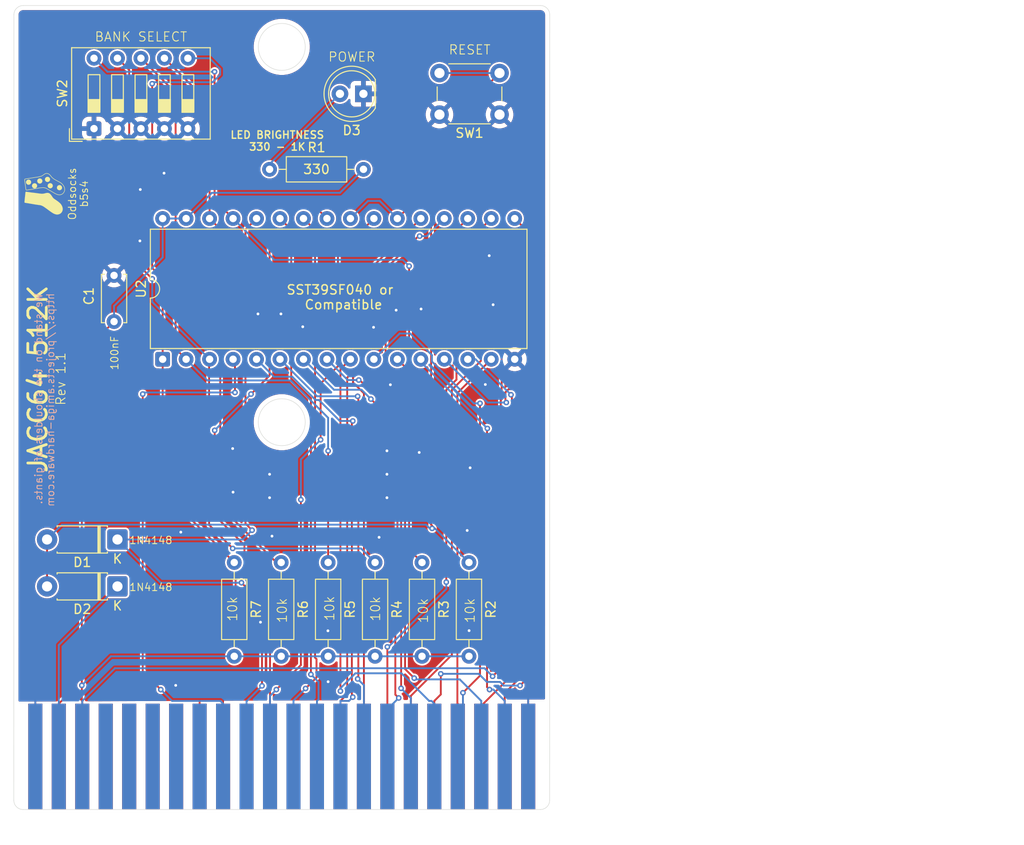
<source format=kicad_pcb>
(kicad_pcb (version 20241229) (generator "pcbnew") (generator_version "9.0")
  (layers (0 "F.Cu" signal) (2 "B.Cu" signal) (13 "F.Paste" user) (15 "B.Paste" user) (5 "F.SilkS" user "F.Silkscreen") (7 "B.SilkS" user "B.Silkscreen") (1 "F.Mask" user) (3 "B.Mask" user) (25 "Edge.Cuts" user))
  (net 0 "")
  (net 1 "GND")
  (net 2 "VCC")
  (net 3 "Net-(CN1-~{RESET})")
  (net 5 "/A1")
  (net 7 "/D3")
  (net 8 "/D2")
  (net 9 "/A0")
  (net 10 "/A12")
  (net 11 "/A2")
  (net 13 "/A10")
  (net 15 "/D4")
  (net 16 "/D1")
  (net 17 "/A8")
  (net 19 "/D6")
  (net 20 "/A11")
  (net 21 "/A6")
  (net 23 "/A5")
  (net 24 "/A9")
  (net 25 "Net-(CN1-~{ROMH})")
  (net 26 "/D7")
  (net 30 "/D5")
  (net 32 "Net-(CN1-~{ROML})")
  (net 33 "/A7")
  (net 35 "/D0")
  (net 36 "/A3")
  (net 37 "/A4")
  (net 39 "Net-(D1-A)")
  (net 40 "Net-(D3-A)")
  (net 41 "Net-(U2-A14)")
  (net 42 "Net-(U2-A15)")
  (net 43 "Net-(U2-A16)")
  (net 44 "Net-(U2-A17)")
  (net 45 "Net-(U2-A18)")
  (footprint "Resistor_THT:R_Axial_DIN0207_L6.3mm_D2.5mm_P10.16mm_Horizontal" (layer "F.Cu") (at 143.4966 126.3931 -90)
    (property "Reference" "R7")
    (property "Value" "10k")
  )
  (footprint "Diode_THT:D_DO-41_SOD81_P7.62mm_Horizontal" (layer "F.Cu") (at 130.8578 123.9039 180)
    (property "Reference" "D1")
    (property "Value" "1N4148")
  )
  (footprint "Resistor_THT:R_Axial_DIN0207_L6.3mm_D2.5mm_P10.16mm_Horizontal" (layer "F.Cu") (at 158.7366 126.3931 -90)
    (property "Reference" "R4")
    (property "Value" "10k")
  )
  (footprint "Button_Switch_THT:SW_DIP_SPSTx05_Slide_9.78x14.88mm_W7.62mm_P2.54mm" (layer "F.Cu") (at 128.3178 79.4114 90)
    (property "Reference" "SW2")
    (property "Value" "SW_DIP_x05")
  )
  (footprint "Resistor_THT:R_Axial_DIN0207_L6.3mm_D2.5mm_P10.16mm_Horizontal" (layer "F.Cu") (at 153.6566 126.3931 -90)
    (property "Reference" "R5")
    (property "Value" "10k")
  )
  (footprint "Button_Switch_THT:SW_PUSH_6mm" (layer "F.Cu") (at 172.2078 77.8939 180)
    (property "Reference" "SW1")
    (property "Value" "SW_Push")
  )
  (footprint "Resistor_THT:R_Axial_DIN0207_L6.3mm_D2.5mm_P10.16mm_Horizontal" (layer "F.Cu") (at 168.8966 126.3931 -90)
    (property "Reference" "R2")
    (property "Value" "10k" (hide yes))
  )
  (footprint "Package_DIP:DIP-32_W15.24mm" (layer "F.Cu") (at 135.7481 104.3852 90)
    (property "Reference" "U2")
    (property "Value" "SST39SF040")
  )
  (footprint "Capacitor_THT:C_Disc_D5.0mm_W2.5mm_P5.00mm" (layer "F.Cu") (at 130.4882 95.307 -90)
    (property "Reference" "C1")
    (property "Value" "100nF")
  )
  (footprint "Resistor_THT:R_Axial_DIN0207_L6.3mm_D2.5mm_P10.16mm_Horizontal" (layer "F.Cu") (at 163.8166 126.3931 -90)
    (property "Reference" "R3")
    (property "Value" "10k")
  )
  (footprint "Resistor_THT:R_Axial_DIN0207_L6.3mm_D2.5mm_P10.16mm_Horizontal" (layer "F.Cu") (at 147.32 83.82)
    (property "Reference" "R1")
    (property "Value" "330")
  )
  (footprint "LED_THT:LED_D5.0mm" (layer "F.Cu") (at 157.4752 75.6439 180)
    (property "Reference" "D3")
    (property "Value" "LED")
  )
  (footprint "Diode_THT:D_DO-41_SOD81_P7.62mm_Horizontal" (layer "F.Cu") (at 130.8578 128.9839 180)
    (property "Reference" "D2")
    (property "Value" "1N4148")
  )
  (footprint "ODDSOCKS:C64 Expansion" (layer "F.Cu") (at 148.6378 134.0639)
    (property "Reference" "CN1")
    (property "Value" "~")
  )
  (footprint "Resistor_THT:R_Axial_DIN0207_L6.3mm_D2.5mm_P10.16mm_Horizontal" (layer "F.Cu") (at 148.5766 126.3931 -90)
    (property "Reference" "R6")
    (property "Value" "10k")
  )
  (gr_poly (pts (xy 123.301822 85.583126) (xy 123.302901 85.568939) (xy 123.304677 85.554957) (xy 123.307134 85.5412) (xy 123.310254 85.527684) (xy 123.314018 85.514427) (xy 123.31841 85.501447) (xy 123.323412 85.48876) (xy 123.329007 85.476386) (xy 123.335176 85.46434) (xy 123.341903 85.452641) (xy 123.34917 85.441306) (xy 123.356959 85.430353) (xy 123.365252 85.4198) (xy 123.374033 85.409663) (xy 123.383283 85.399961) (xy 123.392985 85.390711) (xy 123.403122 85.38193) (xy 123.413675 85.373637) (xy 123.424628 85.365848) (xy 123.435963 85.358581) (xy 123.447662 85.351854) (xy 123.459708 85.345685) (xy 123.472082 85.34009) (xy 123.484769 85.335088) (xy 123.497749 85.330696) (xy 123.511006 85.326932) (xy 123.524522 85.323812) (xy 123.538279 85.321355) (xy 123.552261 85.319579) (xy 123.566448 85.3185) (xy 123.580824 85.318137) (xy 123.5952 85.3185) (xy 123.609388 85.319579) (xy 123.623369 85.321355) (xy 123.637126 85.323812) (xy 123.650642 85.326932) (xy 123.663899 85.330696) (xy 123.676879 85.335088) (xy 123.689566 85.34009) (xy 123.701941 85.345685) (xy 123.713986 85.351854) (xy 123.725685 85.358581) (xy 123.73702 85.365848) (xy 123.747973 85.373637) (xy 123.758527 85.38193) (xy 123.768663 85.390711) (xy 123.778365 85.399961) (xy 123.787616 85.409663) (xy 123.796396 85.4198) (xy 123.80469 85.430353) (xy 123.812478 85.441306) (xy 123.819745 85.452641) (xy 123.826472 85.46434) (xy 123.832641 85.476386) (xy 123.838236 85.48876) (xy 123.843238 85.501447) (xy 123.84763 85.514427) (xy 123.851395 85.527684) (xy 123.854514 85.5412) (xy 123.856971 85.554957) (xy 123.858748 85.568939) (xy 123.859826 85.583126) (xy 123.86019 85.597502) (xy 123.859826 85.611878) (xy 123.858748 85.626066) (xy 123.856971 85.640047) (xy 123.854514 85.653804) (xy 123.851395 85.66732) (xy 123.84763 85.680577) (xy 123.843238 85.693557) (xy 123.838236 85.706244) (xy 123.832641 85.718619) (xy 123.826472 85.730664) (xy 123.819745 85.742363) (xy 123.812478 85.753698) (xy 123.80469 85.764651) (xy 123.796396 85.775205) (xy 123.787616 85.785341) (xy 123.778365 85.795044) (xy 123.768663 85.804294) (xy 123.758527 85.813074) (xy 123.747973 85.821368) (xy 123.73702 85.829157) (xy 123.725685 85.836423) (xy 123.713986 85.84315) (xy 123.701941 85.849319) (xy 123.689566 85.854914) (xy 123.676879 85.859916) (xy 123.663899 85.864308) (xy 123.650642 85.868073) (xy 123.637126 85.871192) (xy 123.623369 85.873649) (xy 123.609388 85.875426) (xy 123.5952 85.876504) (xy 123.580824 85.876868) (xy 123.566448 85.876504) (xy 123.552261 85.875426) (xy 123.538279 85.873649) (xy 123.524522 85.871192) (xy 123.511006 85.868073) (xy 123.497749 85.864308) (xy 123.484769 85.859916) (xy 123.472082 85.854914) (xy 123.459708 85.849319) (xy 123.447662 85.84315) (xy 123.435963 85.836423) (xy 123.424628 85.829157) (xy 123.413675 85.821368) (xy 123.403122 85.813074) (xy 123.392985 85.804294) (xy 123.383283 85.795044) (xy 123.374033 85.785341) (xy 123.365252 85.775205) (xy 123.356959 85.764651) (xy 123.34917 85.753698) (xy 123.341903 85.742363) (xy 123.335176 85.730664) (xy 123.329007 85.718619) (xy 123.323412 85.706244) (xy 123.31841 85.693557) (xy 123.314018 85.680577) (xy 123.310254 85.66732) (xy 123.307134 85.653804) (xy 123.304677 85.640047) (xy 123.302901 85.626066) (xy 123.301822 85.611878) (xy 123.301458 85.597502)) (fill yes) (layer "F.SilkS"))
  (gr_poly (pts (xy 122.173904 85.070628) (xy 122.174983 85.05644) (xy 122.176759 85.042459) (xy 122.179216 85.028702) (xy 122.182335 85.015186) (xy 122.1861 85.001929) (xy 122.190492 84.988949) (xy 122.195494 84.976262) (xy 122.201089 84.963887) (xy 122.207258 84.951842) (xy 122.213985 84.940143) (xy 122.221252 84.928808) (xy 122.22904 84.917855) (xy 122.237334 84.907301) (xy 122.246114 84.897165) (xy 122.255365 84.887462) (xy 122.265067 84.878212) (xy 122.275203 84.869432) (xy 122.285757 84.861138) (xy 122.29671 84.853349) (xy 122.308045 84.846083) (xy 122.319744 84.839356) (xy 122.331789 84.833187) (xy 122.344164 84.827592) (xy 122.356851 84.82259) (xy 122.369831 84.818198) (xy 122.383088 84.814433) (xy 122.396604 84.811314) (xy 122.410361 84.808857) (xy 122.424342 84.80708) (xy 122.43853 84.806002) (xy 122.452906 84.805638) (xy 122.467282 84.806002) (xy 122.481469 84.80708) (xy 122.495451 84.808857) (xy 122.509208 84.811314) (xy 122.522724 84.814433) (xy 122.535981 84.818198) (xy 122.548961 84.82259) (xy 122.561648 84.827592) (xy 122.574022 84.833187) (xy 122.586068 84.839356) (xy 122.597767 84.846083) (xy 122.609102 84.853349) (xy 122.620055 84.861138) (xy 122.630608 84.869432) (xy 122.640745 84.878212) (xy 122.650447 84.887462) (xy 122.659697 84.897165) (xy 122.668478 84.907301) (xy 122.676771 84.917855) (xy 122.68456 84.928808) (xy 122.691827 84.940143) (xy 122.698554 84.951842) (xy 122.704723 84.963887) (xy 122.710318 84.976262) (xy 122.71532 84.988949) (xy 122.719712 85.001929) (xy 122.723476 85.015186) (xy 122.726596 85.028702) (xy 122.729053 85.042459) (xy 122.730829 85.05644) (xy 122.731908 85.070628) (xy 122.732272 85.085004) (xy 122.731908 85.09938) (xy 122.730829 85.113567) (xy 122.729053 85.127549) (xy 122.726596 85.141306) (xy 122.723476 85.154822) (xy 122.719712 85.168079) (xy 122.71532 85.181059) (xy 122.710318 85.193746) (xy 122.704723 85.20612) (xy 122.698554 85.218166) (xy 122.691827 85.229865) (xy 122.68456 85.2412) (xy 122.676771 85.252153) (xy 122.668478 85.262706) (xy 122.659697 85.272843) (xy 122.650447 85.282545) (xy 122.640745 85.291795) (xy 122.630608 85.300576) (xy 122.620055 85.308869) (xy 122.609102 85.316658) (xy 122.597767 85.323925) (xy 122.586068 85.330652) (xy 122.574022 85.336821) (xy 122.561648 85.342416) (xy 122.548961 85.347418) (xy 122.535981 85.35181) (xy 122.522724 85.355574) (xy 122.509208 85.358694) (xy 122.495451 85.361151) (xy 122.481469 85.362927) (xy 122.467282 85.364006) (xy 122.452906 85.364369) (xy 122.43853 85.364006) (xy 122.424342 85.362927) (xy 122.410361 85.361151) (xy 122.396604 85.358694) (xy 122.383088 85.355574) (xy 122.369831 85.35181) (xy 122.356851 85.347418) (xy 122.344164 85.342416) (xy 122.331789 85.336821) (xy 122.319744 85.330652) (xy 122.308045 85.323925) (xy 122.29671 85.316658) (xy 122.285757 85.308869) (xy 122.275203 85.300576) (xy 122.265067 85.291795) (xy 122.255365 85.282545) (xy 122.246114 85.272843) (xy 122.237334 85.262706) (xy 122.22904 85.252153) (xy 122.221252 85.2412) (xy 122.213985 85.229865) (xy 122.207258 85.218166) (xy 122.201089 85.20612) (xy 122.195494 85.193746) (xy 122.190492 85.181059) (xy 122.1861 85.168079) (xy 122.182335 85.154822) (xy 122.179216 85.141306) (xy 122.176759 85.127549) (xy 122.174983 85.113567) (xy 122.173904 85.09938) (xy 122.17354 85.085004)) (fill yes) (layer "F.SilkS"))
  (gr_poly (pts (xy 120.815233 84.915492) (xy 120.815233 84.904909) (xy 120.820525 84.899618) (xy 120.820525 84.894326) (xy 120.841692 84.873159) (xy 120.852275 84.873159) (xy 120.857567 84.867868) (xy 120.86815 84.867868) (xy 120.873442 84.862576) (xy 120.905192 84.862576) (xy 120.910483 84.857284) (xy 120.936942 84.857284) (xy 120.942233 84.851992) (xy 120.973983 84.851992) (xy 120.979275 84.846701) (xy 121.005733 84.846701) (xy 121.011025 84.841409) (xy 121.037483 84.841409) (xy 121.042775 84.836117) (xy 121.069233 84.836117) (xy 121.074525 84.830826) (xy 121.106275 84.830826) (xy 121.111567 84.825534) (xy 121.138025 84.825534) (xy 121.143317 84.820243) (xy 121.175067 84.820243) (xy 121.180358 84.814951) (xy 121.206817 84.814951) (xy 121.212108 84.809659) (xy 121.238567 84.809659) (xy 121.243858 84.804368) (xy 121.270317 84.804368) (xy 121.275608 84.799076) (xy 121.302067 84.799076) (xy 121.307358 84.793784) (xy 121.333817 84.793784) (xy 121.339108 84.788493) (xy 121.365567 84.788493) (xy 121.370858 84.783201) (xy 121.402608 84.783201) (xy 121.4079 84.777909) (xy 121.434358 84.777909) (xy 121.43965 84.772617) (xy 121.476692 84.772617) (xy 121.481983 84.767326) (xy 121.513733 84.767326) (xy 121.519025 84.762034) (xy 121.550775 84.762034) (xy 121.556067 84.756742) (xy 121.582525 84.756742) (xy 121.587817 84.751451) (xy 121.614275 84.751451) (xy 121.619567 84.746159) (xy 121.651317 84.746159) (xy 121.656608 84.740868) (xy 121.688358 84.740868) (xy 121.69365 84.735576) (xy 121.720108 84.735576) (xy 121.7254 84.730284) (xy 121.746567 84.730284) (xy 121.751858 84.724993) (xy 121.773025 84.724993) (xy 121.778317 84.719701) (xy 121.804775 84.719701) (xy 121.810067 84.714409) (xy 121.836525 84.714409) (xy 121.841817 84.709118) (xy 121.868275 84.709118) (xy 121.873567 84.703826) (xy 121.905317 84.703826) (xy 121.910608 84.698534) (xy 121.942358 84.698534) (xy 121.94765 84.693242) (xy 121.968817 84.693242) (xy 121.974108 84.687951) (xy 122.005858 84.687951) (xy 122.01115 84.682659) (xy 122.048192 84.682659) (xy 122.053483 84.677367) (xy 122.079942 84.677367) (xy 122.085233 84.672076) (xy 122.122275 84.672076) (xy 122.127567 84.666784) (xy 122.159317 84.666784) (xy 122.164608 84.661493) (xy 122.196358 84.661493) (xy 122.20165 84.656201) (xy 122.2334 84.656201) (xy 122.238692 84.650909) (xy 122.26515 84.650909) (xy 122.270442 84.645618) (xy 122.291608 84.645618) (xy 122.2969 84.640326) (xy 122.318067 84.640326) (xy 122.323358 84.635034) (xy 122.339233 84.635034) (xy 122.344525 84.629743) (xy 122.3604 84.629743) (xy 122.365692 84.624451) (xy 122.381567 84.624451) (xy 122.386858 84.619159) (xy 122.402733 84.619159) (xy 122.408025 84.613867) (xy 122.429192 84.613867) (xy 122.434483 84.608576) (xy 122.450358 84.608576) (xy 122.45565 84.603284) (xy 122.471525 84.603284) (xy 122.476817 84.597992) (xy 122.492692 84.597992) (xy 122.497983 84.592701) (xy 122.51915 84.592701) (xy 122.524442 84.587409) (xy 122.540317 84.587409) (xy 122.545608 84.582118) (xy 122.556192 84.582118) (xy 122.561483 84.576826) (xy 122.572067 84.576826) (xy 122.577358 84.571534) (xy 122.58265 84.571534) (xy 122.587942 84.566243) (xy 122.593233 84.571534) (xy 122.603817 84.560951) (xy 122.609108 84.560951) (xy 122.6144 84.555659) (xy 122.624983 84.555659) (xy 122.630275 84.550368) (xy 122.635567 84.550368) (xy 122.640858 84.545076) (xy 122.64615 84.545076) (xy 122.651442 84.539784) (xy 122.656733 84.539784) (xy 122.662025 84.534492) (xy 122.672608 84.534492) (xy 122.6779 84.529201) (xy 122.683192 84.529201) (xy 122.688483 84.523909) (xy 122.693775 84.523909) (xy 122.699067 84.518617) (xy 122.704358 84.518617) (xy 122.70965 84.513326) (xy 122.714942 84.513326) (xy 122.725525 84.502743) (xy 122.730817 84.502743) (xy 122.7414 84.492159) (xy 122.746691 84.492159) (xy 122.757275 84.481576) (xy 122.762567 84.481576) (xy 122.77315 84.470993) (xy 122.778442 84.470993) (xy 122.794317 84.455117) (xy 122.799608 84.455117) (xy 122.810192 84.444534) (xy 122.815483 84.444534) (xy 122.831358 84.428659) (xy 122.83665 84.428659) (xy 122.847233 84.418076) (xy 122.852525 84.418076) (xy 122.863108 84.407493) (xy 122.8684 84.407493) (xy 122.884275 84.391618) (xy 122.889567 84.391618) (xy 122.90015 84.381034) (xy 122.905441 84.381034) (xy 122.921317 84.365159) (xy 122.926608 84.365159) (xy 122.937192 84.354576) (xy 122.942483 84.354576) (xy 122.953067 84.343993) (xy 122.958358 84.343993) (xy 122.968942 84.333409) (xy 122.974233 84.333409) (xy 122.979525 84.328118) (xy 122.984816 84.328118) (xy 122.990108 84.322826) (xy 122.9954 84.322826) (xy 123.005983 84.312243) (xy 123.016567 84.312243) (xy 123.021858 84.306951) (xy 123.02715 84.306951) (xy 123.032442 84.301659) (xy 123.037733 84.301659) (xy 123.043025 84.296367) (xy 123.048316 84.296367) (xy 123.053608 84.291076) (xy 123.064192 84.291076) (xy 123.069483 84.285784) (xy 123.080067 84.285784) (xy 123.085358 84.280492) (xy 123.101233 84.280492) (xy 123.106525 84.275201) (xy 123.1224 84.275201) (xy 123.127691 84.269909) (xy 123.164733 84.269909) (xy 123.170025 84.264618) (xy 123.228233 84.264618) (xy 123.233525 84.269909) (xy 123.270566 84.269909) (xy 123.275858 84.275201) (xy 123.297025 84.275201) (xy 123.302317 84.280492) (xy 123.318192 84.280492) (xy 123.323483 84.285784) (xy 123.334067 84.285784) (xy 123.339358 84.291076) (xy 123.349941 84.291076) (xy 123.355233 84.296367) (xy 123.360525 84.296367) (xy 123.365816 84.301659) (xy 123.3764 84.301659) (xy 123.381692 84.306951) (xy 123.386983 84.306951) (xy 123.392275 84.312243) (xy 123.397567 84.312243) (xy 123.402858 84.317534) (xy 123.40815 84.317534) (xy 123.413442 84.322826) (xy 123.418733 84.322826) (xy 123.424025 84.328118) (xy 123.429316 84.328118) (xy 123.4399 84.338701) (xy 123.445191 84.338701) (xy 123.455775 84.349284) (xy 123.461067 84.349284) (xy 123.47165 84.359867) (xy 123.476942 84.359867) (xy 123.492817 84.375742) (xy 123.498108 84.375742) (xy 123.59865 84.476284) (xy 123.59865 84.481576) (xy 123.619817 84.502743) (xy 123.619817 84.508034) (xy 123.640983 84.529201) (xy 123.640983 84.534492) (xy 123.656858 84.550368) (xy 123.656858 84.555659) (xy 123.672733 84.571534) (xy 123.672733 84.576826) (xy 123.683316 84.587409) (xy 123.683316 84.592701) (xy 123.715067 84.624451) (xy 123.715067 84.629743) (xy 123.730942 84.645618) (xy 123.730942 84.650909) (xy 123.8209 84.740868) (xy 123.826191 84.740868) (xy 123.85265 84.767326) (xy 123.857942 84.767326) (xy 123.8844 84.793784) (xy 123.889692 84.793784) (xy 123.910858 84.814951) (xy 123.91615 84.814951) (xy 123.932025 84.830826) (xy 123.937317 84.830826) (xy 123.953192 84.846701) (xy 123.958483 84.846701) (xy 123.974358 84.862576) (xy 123.97965 84.862576) (xy 123.990233 84.873159) (xy 123.995525 84.873159) (xy 124.006108 84.883743) (xy 124.0114 84.883743) (xy 124.021983 84.894326) (xy 124.027275 84.894326) (xy 124.032567 84.899618) (xy 124.037858 84.899618) (xy 124.048442 84.910201) (xy 124.053733 84.910201) (xy 124.059025 84.915492) (xy 124.064316 84.915492) (xy 124.069608 84.920784) (xy 124.0749 84.920784) (xy 124.085483 84.931367) (xy 124.090775 84.931367) (xy 124.096067 84.936659) (xy 124.101358 84.936659) (xy 124.111942 84.947243) (xy 124.117233 84.947243) (xy 124.122525 84.952534) (xy 124.127817 84.952534) (xy 124.133108 84.957826) (xy 124.1384 84.957826) (xy 124.148983 84.968409) (xy 124.154275 84.968409) (xy 124.159566 84.973701) (xy 124.164858 84.973701) (xy 124.17015 84.978993) (xy 124.175441 84.978993) (xy 124.180733 84.984284) (xy 124.186025 84.984284) (xy 124.191317 84.989576) (xy 124.196608 84.989576) (xy 124.207192 85.000159) (xy 124.212483 85.000159) (xy 124.217775 85.005451) (xy 124.223066 85.005451) (xy 124.228358 85.010742) (xy 124.23365 85.010742) (xy 124.238941 85.016034) (xy 124.244233 85.016034) (xy 124.254816 85.026618) (xy 124.260108 85.026618) (xy 124.2654 85.031909) (xy 124.270692 85.031909) (xy 124.275983 85.037201) (xy 124.281275 85.037201) (xy 124.286567 85.042493) (xy 124.291858 85.042493) (xy 124.29715 85.047784) (xy 124.302441 85.047784) (xy 124.313025 85.058368) (xy 124.318316 85.058368) (xy 124.323608 85.063659) (xy 124.3289 85.063659) (xy 124.334191 85.068951) (xy 124.339483 85.068951) (xy 124.344775 85.074242) (xy 124.350067 85.074242) (xy 124.355358 85.079534) (xy 124.36065 85.079534) (xy 124.365942 85.084826) (xy 124.371233 85.084826) (xy 124.381816 85.095409) (xy 124.387108 85.095409) (xy 124.3924 85.100701) (xy 124.397691 85.100701) (xy 124.402983 85.105992) (xy 124.408275 85.105992) (xy 124.413566 85.111284) (xy 124.418858 85.111284) (xy 124.42415 85.116576) (xy 124.429442 85.116576) (xy 124.434733 85.121868) (xy 124.440025 85.121868) (xy 124.450608 85.132451) (xy 124.461191 85.132451) (xy 124.471775 85.143034) (xy 124.477066 85.143034) (xy 124.482358 85.148326) (xy 124.48765 85.148326) (xy 124.492941 85.153617) (xy 124.498233 85.153617) (xy 124.503525 85.158909) (xy 124.508817 85.158909) (xy 124.514108 85.164201) (xy 124.5194 85.164201) (xy 124.524692 85.169492) (xy 124.529983 85.169492) (xy 124.535275 85.174784) (xy 124.540566 85.174784) (xy 124.545858 85.180076) (xy 124.55115 85.180076) (xy 124.561733 85.190659) (xy 124.567025 85.190659) (xy 124.572316 85.195951) (xy 124.577608 85.195951) (xy 124.5829 85.201243) (xy 124.588192 85.201243) (xy 124.593483 85.206534) (xy 124.598775 85.206534) (xy 124.604067 85.211826) (xy 124.609358 85.211826) (xy 124.619941 85.222409) (xy 124.625233 85.222409) (xy 124.630525 85.227701) (xy 124.635816 85.227701) (xy 124.641108 85.232992) (xy 124.6464 85.232992) (xy 124.656983 85.243576) (xy 124.662275 85.243576) (xy 124.667567 85.248867) (xy 124.672858 85.248867) (xy 124.683442 85.259451) (xy 124.688733 85.259451) (xy 124.699316 85.270034) (xy 124.704608 85.270034) (xy 124.7099 85.275326) (xy 124.715191 85.275326) (xy 124.725775 85.285909) (xy 124.731066 85.285909) (xy 124.74165 85.296493) (xy 124.746942 85.296493) (xy 124.762817 85.312367) (xy 124.768108 85.312367) (xy 124.783983 85.328242) (xy 124.789275 85.328242) (xy 124.810441 85.349409) (xy 124.815733 85.349409) (xy 124.884525 85.418201) (xy 124.884525 85.423492) (xy 124.926858 85.465826) (xy 124.926858 85.471117) (xy 124.948025 85.492284) (xy 124.948025 85.497576) (xy 124.9639 85.513451) (xy 124.9639 85.518743) (xy 124.979775 85.534618) (xy 124.979775 85.539909) (xy 124.99565 85.555784) (xy 124.99565 85.561076) (xy 125.006233 85.571659) (xy 125.006233 85.576951) (xy 125.016816 85.587534) (xy 125.016816 85.592826) (xy 125.0274 85.603409) (xy 125.0274 85.608701) (xy 125.037983 85.619284) (xy 125.037983 85.624576) (xy 125.048566 85.635159) (xy 125.048566 85.640451) (xy 125.053858 85.645742) (xy 125.053858 85.651034) (xy 125.05915 85.656326) (xy 125.05915 85.661617) (xy 125.064442 85.666909) (xy 125.064442 85.672201) (xy 125.069733 85.677493) (xy 125.069733 85.682784) (xy 125.075025 85.688076) (xy 125.075025 85.693368) (xy 125.080317 85.698659) (xy 125.080317 85.703951) (xy 125.085608 85.709242) (xy 125.085608 85.714534) (xy 125.0909 85.719826) (xy 125.0909 85.730409) (xy 125.096191 85.735701) (xy 125.096191 85.740992) (xy 125.101483 85.746284) (xy 125.101483 85.756868) (xy 125.106775 85.762159) (xy 125.106775 85.772743) (xy 125.112066 85.778034) (xy 125.112066 85.788617) (xy 125.117358 85.793909) (xy 125.117358 85.809784) (xy 125.12265 85.815076) (xy 125.12265 85.830951) (xy 125.127941 85.836243) (xy 125.127941 85.852118) (xy 125.133233 85.857409) (xy 125.133233 85.878576) (xy 125.138525 85.883867) (xy 125.138525 85.915618) (xy 125.143817 85.920909) (xy 125.143817 85.979117) (xy 125.149108 85.984409) (xy 125.149108 86.021451) (xy 125.143817 86.026742) (xy 125.143817 86.084951) (xy 125.138525 86.090243) (xy 125.138525 86.111409) (xy 125.133233 86.116701) (xy 125.133233 86.137867) (xy 125.127941 86.143159) (xy 125.127941 86.159034) (xy 125.12265 86.164326) (xy 125.12265 86.174909) (xy 125.117358 86.180201) (xy 125.117358 86.190784) (xy 125.112066 86.196076) (xy 125.112066 86.206659) (xy 125.106775 86.211951) (xy 125.106775 86.217243) (xy 125.101483 86.222534) (xy 125.101483 86.227826) (xy 125.096191 86.233117) (xy 125.096191 86.238409) (xy 125.0909 86.243701) (xy 125.0909 86.248992) (xy 125.085608 86.254284) (xy 125.085608 86.259576) (xy 125.080317 86.264867) (xy 125.080317 86.270159) (xy 125.075025 86.275451) (xy 125.075025 86.280742) (xy 125.069733 86.286034) (xy 125.069733 86.291326) (xy 125.064442 86.296618) (xy 125.064442 86.301909) (xy 125.053858 86.312492) (xy 125.053858 86.317784) (xy 125.043275 86.328367) (xy 125.043275 86.333659) (xy 125.032691 86.344242) (xy 125.032691 86.349534) (xy 125.016816 86.365409) (xy 125.016816 86.370701) (xy 124.99565 86.391867) (xy 124.99565 86.397159) (xy 124.953316 86.439492) (xy 124.948025 86.439492) (xy 124.921567 86.465951) (xy 124.916275 86.465951) (xy 124.9004 86.481826) (xy 124.895108 86.481826) (xy 124.884525 86.492409) (xy 124.879233 86.492409) (xy 124.86865 86.502992) (xy 124.863358 86.502992) (xy 124.858066 86.508284) (xy 124.852775 86.508284) (xy 124.847483 86.513576) (xy 124.842192 86.513576) (xy 124.8369 86.518867) (xy 124.831608 86.518867) (xy 124.826317 86.524159) (xy 124.821025 86.524159) (xy 124.815733 86.529451) (xy 124.810441 86.529451) (xy 124.80515 86.534742) (xy 124.799858 86.534742) (xy 124.794566 86.540034) (xy 124.783983 86.540034) (xy 124.778691 86.545326) (xy 124.7734 86.545326) (xy 124.768108 86.550617) (xy 124.757525 86.550617) (xy 124.752233 86.555909) (xy 124.74165 86.555909) (xy 124.736358 86.561201) (xy 124.720483 86.561201) (xy 124.715191 86.566492) (xy 124.699316 86.566492) (xy 124.694025 86.571784) (xy 124.672858 86.571784) (xy 124.667567 86.577076) (xy 124.635816 86.577076) (xy 124.630525 86.582367) (xy 124.503525 86.582367) (xy 124.498233 86.577076) (xy 124.466483 86.577076) (xy 124.461191 86.571784) (xy 124.440025 86.571784) (xy 124.434733 86.566492) (xy 124.418858 86.566492) (xy 124.413566 86.561201) (xy 124.397691 86.561201) (xy 124.3924 86.555909) (xy 124.381816 86.555909) (xy 124.376525 86.550617) (xy 124.36065 86.550617) (xy 124.355358 86.545326) (xy 124.350067 86.545326) (xy 124.344775 86.540034) (xy 124.334191 86.540034) (xy 124.3289 86.534742) (xy 124.318316 86.534742) (xy 124.313025 86.529451) (xy 124.302441 86.529451) (xy 124.29715 86.524159) (xy 124.286567 86.524159) (xy 124.281275 86.518867) (xy 124.275983 86.518867) (xy 124.270692 86.513576) (xy 124.2654 86.513576) (xy 124.260108 86.508284) (xy 124.249525 86.508284) (xy 124.244233 86.502992) (xy 124.238941 86.502992) (xy 124.23365 86.497701) (xy 124.228358 86.497701) (xy 124.223066 86.492409) (xy 124.217775 86.492409) (xy 124.212483 86.487117) (xy 124.2019 86.487117) (xy 124.196608 86.481826) (xy 124.191317 86.481826) (xy 124.186025 86.476534) (xy 124.180733 86.476534) (xy 124.175441 86.471242) (xy 124.17015 86.471242) (xy 124.164858 86.465951) (xy 124.159566 86.465951) (xy 124.148983 86.455368) (xy 124.143691 86.455368) (xy 124.1384 86.450076) (xy 124.133108 86.450076) (xy 124.127817 86.444784) (xy 124.122525 86.444784) (xy 124.117233 86.439492) (xy 124.111942 86.439492) (xy 124.10665 86.434201) (xy 124.101358 86.434201) (xy 124.096067 86.428909) (xy 124.090775 86.428909) (xy 124.085483 86.423617) (xy 124.080191 86.423617) (xy 124.0749 86.418326) (xy 124.069608 86.418326) (xy 124.059025 86.407742) (xy 124.048442 86.407742) (xy 124.037858 86.397159) (xy 124.032567 86.397159) (xy 124.027275 86.391867) (xy 124.021983 86.391867) (xy 124.016692 86.386576) (xy 124.0114 86.386576) (xy 124.000816 86.375993) (xy 123.995525 86.375993) (xy 123.990233 86.370701) (xy 123.984941 86.370701) (xy 123.97965 86.365409) (xy 123.974358 86.365409) (xy 123.969067 86.360117) (xy 123.963775 86.360117) (xy 123.953192 86.349534) (xy 123.9479 86.349534) (xy 123.937317 86.338951) (xy 123.932025 86.338951) (xy 123.926733 86.333659) (xy 123.921441 86.333659) (xy 123.910858 86.323076) (xy 123.905566 86.323076) (xy 123.900275 86.317784) (xy 123.894983 86.317784) (xy 123.8844 86.307201) (xy 123.879108 86.307201) (xy 123.873817 86.301909) (xy 123.868525 86.301909) (xy 123.857942 86.291326) (xy 123.85265 86.291326) (xy 123.847358 86.286034) (xy 123.842066 86.286034) (xy 123.836775 86.280742) (xy 123.831483 86.280742) (xy 123.8209 86.270159) (xy 123.815608 86.270159) (xy 123.810317 86.264867) (xy 123.805025 86.264867) (xy 123.794442 86.254284) (xy 123.78915 86.254284) (xy 123.783858 86.248992) (xy 123.778567 86.248992) (xy 123.767983 86.238409) (xy 123.762691 86.238409) (xy 123.7574 86.233117) (xy 123.752108 86.233117) (xy 123.741525 86.222534) (xy 123.736233 86.222534) (xy 123.730942 86.217243) (xy 123.72565 86.217243) (xy 123.715067 86.206659) (xy 123.709775 86.206659) (xy 123.704483 86.201367) (xy 123.699192 86.201367) (xy 123.6939 86.196076) (xy 123.688608 86.196076) (xy 123.678025 86.185492) (xy 123.672733 86.185492) (xy 123.66215 86.174909) (xy 123.656858 86.174909) (xy 123.646275 86.164326) (xy 123.635692 86.164326) (xy 123.625108 86.153743) (xy 123.619817 86.153743) (xy 123.614525 86.148451) (xy 123.609233 86.148451) (xy 123.59865 86.137867) (xy 123.593358 86.137867) (xy 123.588066 86.132576) (xy 123.582775 86.132576) (xy 123.577483 86.127284) (xy 123.572192 86.127284) (xy 123.5669 86.121992) (xy 123.561608 86.121992) (xy 123.551025 86.111409) (xy 123.545733 86.111409) (xy 123.540442 86.106117) (xy 123.53515 86.106117) (xy 123.529858 86.100826) (xy 123.524566 86.100826) (xy 123.513983 86.090243) (xy 123.508691 86.090243) (xy 123.5034 86.084951) (xy 123.498108 86.084951) (xy 123.492817 86.079659) (xy 123.487525 86.079659) (xy 123.476942 86.069076) (xy 123.47165 86.069076) (xy 123.466358 86.063784) (xy 123.461067 86.063784) (xy 123.455775 86.058492) (xy 123.450483 86.058492) (xy 123.4399 86.047909) (xy 123.434608 86.047909) (xy 123.429316 86.042617) (xy 123.424025 86.042617) (xy 123.418733 86.037326) (xy 123.413442 86.037326) (xy 123.402858 86.026742) (xy 123.397567 86.026742) (xy 123.392275 86.021451) (xy 123.386983 86.021451) (xy 123.381692 86.016159) (xy 123.3764 86.016159) (xy 123.365816 86.005576) (xy 123.360525 86.005576) (xy 123.355233 86.000284) (xy 123.349941 86.000284) (xy 123.339358 85.989701) (xy 123.334067 85.989701) (xy 123.328775 85.984409) (xy 123.323483 85.984409) (xy 123.318192 85.979117) (xy 123.3129 85.979117) (xy 123.302317 85.968534) (xy 123.297025 85.968534) (xy 123.291733 85.963242) (xy 123.286441 85.963242) (xy 123.275858 85.952659) (xy 123.270566 85.952659) (xy 123.259983 85.942076) (xy 123.254692 85.942076) (xy 123.2494 85.936784) (xy 123.244108 85.936784) (xy 123.233525 85.926201) (xy 123.228233 85.926201) (xy 123.222942 85.920909) (xy 123.21765 85.920909) (xy 123.207066 85.910326) (xy 123.201775 85.910326) (xy 123.196483 85.905034) (xy 123.191191 85.905034) (xy 123.175317 85.889159) (xy 123.164733 85.889159) (xy 123.159442 85.883867) (xy 123.15415 85.883867) (xy 123.143567 85.873284) (xy 123.138275 85.873284) (xy 123.132983 85.867992) (xy 123.127691 85.867992) (xy 123.1224 85.862701) (xy 123.111816 85.862701) (xy 123.106525 85.857409) (xy 123.095942 85.857409) (xy 123.09065 85.852118) (xy 123.080067 85.852118) (xy 123.074775 85.846826) (xy 123.064192 85.846826) (xy 123.0589 85.841534) (xy 123.048316 85.841534) (xy 123.043025 85.836243) (xy 123.032442 85.836243) (xy 123.02715 85.830951) (xy 123.011275 85.830951) (xy 123.005983 85.825659) (xy 122.990108 85.825659) (xy 122.984816 85.820367) (xy 122.968942 85.820367) (xy 122.96365 85.815076) (xy 122.942483 85.815076) (xy 122.937192 85.809784) (xy 122.910733 85.809784) (xy 122.905441 85.804492) (xy 122.863108 85.804492) (xy 122.857817 85.799201) (xy 122.751983 85.799201) (xy 122.746691 85.804492) (xy 122.688483 85.804492) (xy 122.683192 85.809784) (xy 122.64615 85.809784) (xy 122.640858 85.815076) (xy 122.635567 85.809784) (xy 122.630275 85.815076) (xy 122.58265 85.815076) (xy 122.577358 85.820367) (xy 122.572067 85.820367) (xy 122.566775 85.815076) (xy 122.561483 85.820367) (xy 122.503275 85.820367) (xy 122.497983 85.825659) (xy 122.45565 85.825659) (xy 122.450358 85.830951) (xy 122.4239 85.830951) (xy 122.418608 85.836243) (xy 122.39215 85.836243) (xy 122.386858 85.841534) (xy 122.365692 85.841534) (xy 122.3604 85.846826) (xy 122.339233 85.846826) (xy 122.333942 85.852118) (xy 122.312775 85.852118) (xy 122.307483 85.857409) (xy 122.281025 85.857409) (xy 122.275733 85.862701) (xy 122.249275 85.862701) (xy 122.243983 85.867992) (xy 122.217525 85.867992) (xy 122.212233 85.873284) (xy 122.191067 85.873284) (xy 122.185775 85.878576) (xy 122.164608 85.878576) (xy 122.159317 85.883867) (xy 122.132858 85.883867) (xy 122.127567 85.889159) (xy 122.1064 85.889159) (xy 122.101108 85.894451) (xy 122.07465 85.894451) (xy 122.069358 85.899742) (xy 122.037608 85.899742) (xy 122.032317 85.905034) (xy 122.005858 85.905034) (xy 122.000567 85.910326) (xy 121.968817 85.910326) (xy 121.963525 85.915618) (xy 121.942358 85.915618) (xy 121.937067 85.920909) (xy 121.9159 85.920909) (xy 121.910608 85.926201) (xy 121.88415 85.926201) (xy 121.878858 85.931493) (xy 121.857692 85.931493) (xy 121.8524 85.936784) (xy 121.825942 85.936784) (xy 121.82065 85.942076) (xy 121.799483 85.942076) (xy 121.794192 85.947367) (xy 121.767733 85.947367) (xy 121.762442 85.952659) (xy 121.735983 85.952659) (xy 121.730692 85.957951) (xy 121.709525 85.957951) (xy 121.704233 85.963242) (xy 121.677775 85.963242) (xy 121.672483 85.968534) (xy 121.646025 85.968534) (xy 121.640733 85.973826) (xy 121.614275 85.973826) (xy 121.608983 85.979117) (xy 121.582525 85.979117) (xy 121.577233 85.984409) (xy 121.550775 85.984409) (xy 121.545483 85.989701) (xy 121.513733 85.989701) (xy 121.508442 85.994993) (xy 121.476692 85.994993) (xy 121.4714 86.000284) (xy 121.423775 86.000284) (xy 121.418483 86.005576) (xy 121.392025 86.005576) (xy 121.386733 86.010868) (xy 121.360275 86.010868) (xy 121.354983 86.016159) (xy 121.328525 86.016159) (xy 121.323233 86.021451) (xy 121.296775 86.021451) (xy 121.291483 86.026742) (xy 121.265025 86.026742) (xy 121.259733 86.032034) (xy 121.233275 86.032034) (xy 121.227983 86.037326) (xy 121.201525 86.037326) (xy 121.196233 86.042617) (xy 121.169775 86.042617) (xy 121.164483 86.047909) (xy 121.138025 86.047909) (xy 121.132733 86.053201) (xy 121.100983 86.053201) (xy 121.095692 86.058492) (xy 121.069233 86.058492) (xy 121.063942 86.063784) (xy 121.037483 86.063784) (xy 121.032192 86.069076) (xy 121.000442 86.069076) (xy 120.99515 86.063784) (xy 120.989858 86.063784) (xy 120.984567 86.058492) (xy 120.979275 86.058492) (xy 120.9634 86.042617) (xy 120.9634 86.037326) (xy 120.958108 86.032034) (xy 120.958108 86.026742) (xy 120.952817 86.021451) (xy 120.952817 86.005576) (xy 120.947525 86.000284) (xy 120.947525 85.968534) (xy 120.942233 85.963242) (xy 120.942233 85.931493) (xy 120.936942 85.926201) (xy 120.936942 85.894451) (xy 120.93165 85.889159) (xy 120.93165 85.852118) (xy 120.926358 85.846826) (xy 120.926358 85.815076) (xy 120.921067 85.809784) (xy 120.921067 85.778034) (xy 120.915775 85.772743) (xy 120.915775 85.735701) (xy 120.910483 85.730409) (xy 120.910483 85.693368) (xy 120.905192 85.688076) (xy 120.905192 85.656326) (xy 120.8999 85.651034) (xy 120.8999 85.608701) (xy 120.894608 85.603409) (xy 120.894608 85.571659) (xy 120.889317 85.566367) (xy 120.889317 85.529326) (xy 120.884025 85.524034) (xy 120.884025 85.486992) (xy 120.878733 85.481701) (xy 120.878733 85.449951) (xy 120.873442 85.444659) (xy 120.873442 85.412909) (xy 120.86815 85.407617) (xy 120.86815 85.370576) (xy 120.862858 85.365284) (xy 120.862858 85.333534) (xy 120.857567 85.328242) (xy 120.857567 85.291201) (xy 120.852275 85.285909) (xy 120.852275 85.254159) (xy 120.846983 85.248867) (xy 120.846983 85.217118) (xy 120.841692 85.211826) (xy 120.841692 85.180076) (xy 120.8364 85.174784) (xy 120.8364 85.143034) (xy 120.831108 85.137743) (xy 120.831108 85.095409) (xy 120.825817 85.090117) (xy 120.825817 85.053076) (xy 120.820525 85.047784) (xy 120.820525 85.010742) (xy 120.815233 85.005451) (xy 120.815233 84.968409) (xy 120.809942 84.963118) (xy 120.809942 84.920784)) (stroke (width 0.052916)) (fill no) (layer "F.SilkS"))
  (gr_poly (pts (xy 121.605805 85.590623) (xy 121.606884 85.576435) (xy 121.60866 85.562454) (xy 121.611117 85.548697) (xy 121.614236 85.535181) (xy 121.618001 85.521924) (xy 121.622393 85.508944) (xy 121.627395 85.496257) (xy 121.63299 85.483882) (xy 121.639159 85.471837) (xy 121.645886 85.460138) (xy 121.653152 85.448803) (xy 121.660941 85.43785) (xy 121.669235 85.427296) (xy 121.678015 85.41716) (xy 121.687266 85.407457) (xy 121.696968 85.398207) (xy 121.707104 85.389427) (xy 121.717658 85.381133) (xy 121.728611 85.373344) (xy 121.739946 85.366078) (xy 121.751645 85.359351) (xy 121.76369 85.353182) (xy 121.776065 85.347587) (xy 121.788752 85.342585) (xy 121.801732 85.338193) (xy 121.814989 85.334428) (xy 121.828505 85.331309) (xy 121.842262 85.328852) (xy 121.856243 85.327076) (xy 121.870431 85.325997) (xy 121.884807 85.325633) (xy 121.899183 85.325997) (xy 121.91337 85.327076) (xy 121.927351 85.328852) (xy 121.941109 85.331309) (xy 121.954625 85.334428) (xy 121.967882 85.338193) (xy 121.980862 85.342585) (xy 121.993549 85.347587) (xy 122.005923 85.353182) (xy 122.017969 85.359351) (xy 122.029668 85.366078) (xy 122.041003 85.373344) (xy 122.051956 85.381133) (xy 122.062509 85.389427) (xy 122.072646 85.398207) (xy 122.082348 85.407457) (xy 122.091598 85.41716) (xy 122.100379 85.427296) (xy 122.108672 85.43785) (xy 122.116461 85.448803) (xy 122.123728 85.460138) (xy 122.130455 85.471837) (xy 122.136624 85.483882) (xy 122.142219 85.496257) (xy 122.147221 85.508944) (xy 122.151613 85.521924) (xy 122.155377 85.535181) (xy 122.158497 85.548697) (xy 122.160954 85.562454) (xy 122.16273 85.576435) (xy 122.163809 85.590623) (xy 122.164173 85.604999) (xy 122.163809 85.619375) (xy 122.16273 85.633562) (xy 122.160954 85.647543) (xy 122.158497 85.661301) (xy 122.155377 85.674817) (xy 122.151613 85.688074) (xy 122.147221 85.701054) (xy 122.142219 85.713741) (xy 122.136624 85.726115) (xy 122.130455 85.738161) (xy 122.123728 85.74986) (xy 122.116461 85.761195) (xy 122.108672 85.772148) (xy 122.100379 85.782701) (xy 122.091598 85.792838) (xy 122.082348 85.80254) (xy 122.072646 85.81179) (xy 122.062509 85.820571) (xy 122.051956 85.828864) (xy 122.041003 85.836653) (xy 122.029668 85.84392) (xy 122.017969 85.850647) (xy 122.005923 85.856816) (xy 121.993549 85.862411) (xy 121.980862 85.867413) (xy 121.967882 85.871805) (xy 121.954625 85.875569) (xy 121.941109 85.878689) (xy 121.927351 85.881146) (xy 121.91337 85.882922) (xy 121.899183 85.884001) (xy 121.884807 85.884365) (xy 121.870431 85.884001) (xy 121.856243 85.882922) (xy 121.842262 85.881146) (xy 121.828505 85.878689) (xy 121.814989 85.875569) (xy 121.801732 85.871805) (xy 121.788752 85.867413) (xy 121.776065 85.862411) (xy 121.76369 85.856816) (xy 121.751645 85.850647) (xy 121.739946 85.84392) (xy 121.728611 85.836653) (xy 121.717658 85.828864) (xy 121.707104 85.820571) (xy 121.696968 85.81179) (xy 121.687266 85.80254) (xy 121.678015 85.792838) (xy 121.669235 85.782701) (xy 121.660941 85.772148) (xy 121.653152 85.761195) (xy 121.645886 85.74986) (xy 121.639159 85.738161) (xy 121.63299 85.726115) (xy 121.627395 85.713741) (xy 121.622393 85.701054) (xy 121.618001 85.688074) (xy 121.614236 85.674817) (xy 121.611117 85.661301) (xy 121.60866 85.647543) (xy 121.606884 85.633562) (xy 121.605805 85.619375) (xy 121.605441 85.604999)) (fill yes) (layer "F.SilkS"))
  (gr_poly (pts (xy 120.958232 85.196731) (xy 120.959311 85.182544) (xy 120.961088 85.168563) (xy 120.963545 85.154806) (xy 120.966664 85.14129) (xy 120.970429 85.128033) (xy 120.974821 85.115052) (xy 120.979823 85.102366) (xy 120.985417 85.089991) (xy 120.991587 85.077945) (xy 120.998314 85.066246) (xy 121.00558 85.054912) (xy 121.013369 85.043959) (xy 121.021662 85.033405) (xy 121.030443 85.023268) (xy 121.039693 85.013566) (xy 121.049395 85.004316) (xy 121.059532 84.995535) (xy 121.070086 84.987242) (xy 121.081039 84.979453) (xy 121.092373 84.972187) (xy 121.104072 84.96546) (xy 121.116118 84.95929) (xy 121.128493 84.953696) (xy 121.141179 84.948694) (xy 121.15416 84.944302) (xy 121.167417 84.940537) (xy 121.180933 84.937418) (xy 121.19469 84.934961) (xy 121.208671 84.933184) (xy 121.222858 84.932105) (xy 121.237235 84.931742) (xy 121.251611 84.932105) (xy 121.265798 84.933184) (xy 121.279779 84.934961) (xy 121.293537 84.937418) (xy 121.307052 84.940537) (xy 121.320309 84.944302) (xy 121.33329 84.948694) (xy 121.345976 84.953696) (xy 121.358351 84.95929) (xy 121.370397 84.96546) (xy 121.382096 84.972187) (xy 121.393431 84.979453) (xy 121.404384 84.987242) (xy 121.414937 84.995535) (xy 121.425074 85.004316) (xy 121.434776 85.013566) (xy 121.444026 85.023268) (xy 121.452807 85.033405) (xy 121.4611 85.043959) (xy 121.468889 85.054912) (xy 121.476156 85.066246) (xy 121.482882 85.077945) (xy 121.489052 85.089991) (xy 121.494646 85.102366) (xy 121.499648 85.115052) (xy 121.504041 85.128033) (xy 121.507805 85.14129) (xy 121.510925 85.154806) (xy 121.513381 85.168563) (xy 121.515158 85.182544) (xy 121.516237 85.196731) (xy 121.5166 85.211107) (xy 121.516237 85.225484) (xy 121.515158 85.239671) (xy 121.513381 85.253652) (xy 121.510925 85.267409) (xy 121.507805 85.280925) (xy 121.504041 85.294182) (xy 121.499648 85.307163) (xy 121.494646 85.319849) (xy 121.489052 85.332224) (xy 121.482882 85.34427) (xy 121.476156 85.355969) (xy 121.468889 85.367304) (xy 121.4611 85.378256) (xy 121.452807 85.38881) (xy 121.444026 85.398947) (xy 121.434776 85.408649) (xy 121.425074 85.417899) (xy 121.414937 85.42668) (xy 121.404384 85.434973) (xy 121.393431 85.442762) (xy 121.382096 85.450029) (xy 121.370397 85.456755) (xy 121.358351 85.462925) (xy 121.345976 85.468519) (xy 121.33329 85.473521) (xy 121.320309 85.477914) (xy 121.307052 85.481678) (xy 121.293537 85.484798) (xy 121.279779 85.487254) (xy 121.265798 85.489031) (xy 121.251611 85.49011) (xy 121.237235 85.490473) (xy 121.222858 85.49011) (xy 121.208671 85.489031) (xy 121.19469 85.487254) (xy 121.180933 85.484798) (xy 121.167417 85.481678) (xy 121.15416 85.477914) (xy 121.141179 85.473521) (xy 121.128493 85.468519) (xy 121.116118 85.462925) (xy 121.104072 85.456755) (xy 121.092373 85.450029) (xy 121.081039 85.442762) (xy 121.070086 85.434973) (xy 121.059532 85.42668) (xy 121.049395 85.417899) (xy 121.039693 85.408649) (xy 121.030443 85.398947) (xy 121.021662 85.38881) (xy 121.013369 85.378256) (xy 121.00558 85.367304) (xy 120.998314 85.355969) (xy 120.991587 85.34427) (xy 120.985417 85.332224) (xy 120.979823 85.319849) (xy 120.974821 85.307163) (xy 120.970429 85.294182) (xy 120.966664 85.280925) (xy 120.963545 85.267409) (xy 120.961088 85.253652) (xy 120.959311 85.239671) (xy 120.958232 85.225484) (xy 120.957869 85.211107)) (fill yes) (layer "F.SilkS"))
  (gr_poly (pts (xy 120.799358 87.317909) (xy 120.799358 87.275576) (xy 120.80465 87.270284) (xy 120.80465 87.217367) (xy 120.809942 87.212076) (xy 120.809942 87.164451) (xy 120.815233 87.159159) (xy 120.815233 87.116826) (xy 120.820525 87.111534) (xy 120.820525 87.063909) (xy 120.825817 87.058617) (xy 120.825817 87.010992) (xy 120.831108 87.005701) (xy 120.831108 86.958076) (xy 120.8364 86.952784) (xy 120.8364 86.905159) (xy 120.841692 86.899867) (xy 120.841692 86.857534) (xy 120.846983 86.852242) (xy 120.846983 86.809909) (xy 120.852275 86.804617) (xy 120.852275 86.751701) (xy 120.857567 86.746409) (xy 120.857567 86.704076) (xy 120.862858 86.698784) (xy 120.862858 86.651159) (xy 120.86815 86.645867) (xy 120.86815 86.603534) (xy 120.873442 86.598242) (xy 120.873442 86.550617) (xy 120.878733 86.545326) (xy 120.878733 86.502992) (xy 120.884025 86.497701) (xy 120.884025 86.450076) (xy 120.889317 86.444784) (xy 120.889317 86.397159) (xy 120.894608 86.391867) (xy 120.894608 86.349534) (xy 120.8999 86.344242) (xy 120.8999 86.307201) (xy 120.905192 86.301909) (xy 120.905192 86.291326) (xy 120.910483 86.286034) (xy 120.910483 86.280742) (xy 120.93165 86.259576) (xy 120.936942 86.259576) (xy 120.942233 86.254284) (xy 120.947525 86.254284) (xy 120.952817 86.248992) (xy 121.011025 86.248992) (xy 121.016317 86.254284) (xy 121.048067 86.254284) (xy 121.053358 86.259576) (xy 121.085108 86.259576) (xy 121.0904 86.264867) (xy 121.12215 86.264867) (xy 121.127442 86.270159) (xy 121.159192 86.270159) (xy 121.164483 86.275451) (xy 121.196233 86.275451) (xy 121.201525 86.280742) (xy 121.233275 86.280742) (xy 121.238567 86.286034) (xy 121.270317 86.286034) (xy 121.275608 86.291326) (xy 121.307358 86.291326) (xy 121.31265 86.296618) (xy 121.339108 86.296618) (xy 121.3444 86.301909) (xy 121.37615 86.301909) (xy 121.381442 86.307201) (xy 121.402608 86.307201) (xy 121.4079 86.312492) (xy 121.444942 86.312492) (xy 121.450233 86.317784) (xy 121.481983 86.317784) (xy 121.487275 86.323076) (xy 121.519025 86.323076) (xy 121.524317 86.328367) (xy 121.556067 86.328367) (xy 121.561358 86.333659) (xy 121.5984 86.333659) (xy 121.603692 86.338951) (xy 121.646025 86.338951) (xy 121.651317 86.344242) (xy 121.69365 86.344242) (xy 121.698942 86.349534) (xy 121.741275 86.349534) (xy 121.746567 86.354826) (xy 121.778317 86.354826) (xy 121.783608 86.360117) (xy 121.825942 86.360117) (xy 121.831233 86.365409) (xy 121.868275 86.365409) (xy 121.873567 86.370701) (xy 121.910608 86.370701) (xy 121.9159 86.375993) (xy 121.94765 86.375993) (xy 121.952942 86.381284) (xy 121.989983 86.381284) (xy 121.995275 86.386576) (xy 122.032317 86.386576) (xy 122.037608 86.391867) (xy 122.07465 86.391867) (xy 122.079942 86.397159) (xy 122.116983 86.397159) (xy 122.122275 86.402451) (xy 122.154025 86.402451) (xy 122.159317 86.407742) (xy 122.185775 86.407742) (xy 122.191067 86.413034) (xy 122.228108 86.413034) (xy 122.2334 86.418326) (xy 122.275733 86.418326) (xy 122.281025 86.423617) (xy 122.312775 86.423617) (xy 122.318067 86.428909) (xy 122.349817 86.428909) (xy 122.355108 86.434201) (xy 122.402733 86.434201) (xy 122.408025 86.439492) (xy 122.434483 86.439492) (xy 122.439775 86.444784) (xy 122.471525 86.444784) (xy 122.476817 86.450076) (xy 122.513858 86.450076) (xy 122.51915 86.455368) (xy 122.535025 86.455368) (xy 122.540317 86.460659) (xy 122.545608 86.455368) (xy 122.5509 86.455368) (xy 122.556192 86.460659) (xy 122.603817 86.460659) (xy 122.609108 86.465951) (xy 122.751983 86.465951) (xy 122.757275 86.460659) (xy 122.8049 86.460659) (xy 122.810192 86.455368) (xy 122.847233 86.455368) (xy 122.852525 86.450076) (xy 122.878983 86.450076) (xy 122.884275 86.444784) (xy 122.910733 86.444784) (xy 122.916025 86.439492) (xy 122.9319 86.439492) (xy 122.937192 86.434201) (xy 122.953067 86.434201) (xy 122.958358 86.428909) (xy 122.974233 86.428909) (xy 122.979525 86.423617) (xy 122.9954 86.423617) (xy 123.000692 86.418326) (xy 123.016567 86.418326) (xy 123.021858 86.413034) (xy 123.037733 86.413034) (xy 123.043025 86.407742) (xy 123.0589 86.407742) (xy 123.064192 86.402451) (xy 123.080067 86.402451) (xy 123.085358 86.397159) (xy 123.101233 86.397159) (xy 123.106525 86.391867) (xy 123.127691 86.391867) (xy 123.132983 86.386576) (xy 123.15415 86.386576) (xy 123.159442 86.381284) (xy 123.1859 86.381284) (xy 123.191191 86.375993) (xy 123.21765 86.375993) (xy 123.222942 86.370701) (xy 123.339358 86.370701) (xy 123.34465 86.375993) (xy 123.365816 86.375993) (xy 123.371108 86.381284) (xy 123.386983 86.381284) (xy 123.392275 86.386576) (xy 123.402858 86.386576) (xy 123.40815 86.391867) (xy 123.418733 86.391867) (xy 123.424025 86.397159) (xy 123.434608 86.397159) (xy 123.4399 86.402451) (xy 123.445191 86.402451) (xy 123.450483 86.407742) (xy 123.461067 86.407742) (xy 123.466358 86.413034) (xy 123.47165 86.413034) (xy 123.476942 86.418326) (xy 123.482233 86.418326) (xy 123.492817 86.428909) (xy 123.498108 86.428909) (xy 123.5034 86.434201) (xy 123.508691 86.434201) (xy 123.513983 86.439492) (xy 123.519275 86.439492) (xy 123.529858 86.450076) (xy 123.53515 86.450076) (xy 123.561608 86.476534) (xy 123.5669 86.476534) (xy 123.5669 86.481826) (xy 123.6304 86.545326) (xy 123.6304 86.550617) (xy 123.66215 86.582367) (xy 123.66215 86.587659) (xy 123.683316 86.608826) (xy 123.683316 86.614117) (xy 123.699192 86.629992) (xy 123.699192 86.635284) (xy 123.709775 86.645867) (xy 123.709775 86.651159) (xy 123.72565 86.667034) (xy 123.72565 86.672326) (xy 123.736233 86.682909) (xy 123.736233 86.688201) (xy 123.746816 86.698784) (xy 123.746816 86.704076) (xy 123.762691 86.719951) (xy 123.762691 86.725242) (xy 123.773275 86.735826) (xy 123.773275 86.741117) (xy 123.783858 86.751701) (xy 123.783858 86.756992) (xy 123.78915 86.762284) (xy 123.78915 86.767576) (xy 123.799733 86.778159) (xy 123.799733 86.783451) (xy 123.805025 86.788742) (xy 123.805025 86.794034) (xy 123.815608 86.804617) (xy 123.815608 86.809909) (xy 123.831483 86.825784) (xy 123.831483 86.831076) (xy 123.847358 86.846951) (xy 123.847358 86.852242) (xy 123.863233 86.868117) (xy 123.863233 86.873409) (xy 123.8844 86.894576) (xy 123.8844 86.899867) (xy 123.969067 86.984534) (xy 123.974358 86.984534) (xy 124.000816 87.010992) (xy 124.006108 87.010992) (xy 124.021983 87.026867) (xy 124.027275 87.026867) (xy 124.032567 87.032159) (xy 124.037858 87.032159) (xy 124.048442 87.042742) (xy 124.053733 87.042742) (xy 124.064316 87.053326) (xy 124.069608 87.053326) (xy 124.080191 87.063909) (xy 124.085483 87.063909) (xy 124.101358 87.079784) (xy 124.10665 87.079784) (xy 124.117233 87.090367) (xy 124.122525 87.090367) (xy 124.133108 87.100951) (xy 124.1384 87.100951) (xy 124.148983 87.111534) (xy 124.154275 87.111534) (xy 124.164858 87.122117) (xy 124.17015 87.122117) (xy 124.180733 87.132701) (xy 124.186025 87.132701) (xy 124.196608 87.143284) (xy 124.2019 87.143284) (xy 124.207192 87.148576) (xy 124.212483 87.148576) (xy 124.223066 87.159159) (xy 124.228358 87.159159) (xy 124.244233 87.175034) (xy 124.249525 87.175034) (xy 124.270692 87.196201) (xy 124.275983 87.196201) (xy 124.286567 87.206784) (xy 124.291858 87.206784) (xy 124.302441 87.217367) (xy 124.307733 87.217367) (xy 124.318316 87.227951) (xy 124.323608 87.227951) (xy 124.334191 87.238534) (xy 124.339483 87.238534) (xy 124.355358 87.254409) (xy 124.36065 87.254409) (xy 124.371233 87.264992) (xy 124.376525 87.264992) (xy 124.3924 87.280867) (xy 124.397691 87.280867) (xy 124.413566 87.296742) (xy 124.418858 87.296742) (xy 124.434733 87.312617) (xy 124.440025 87.312617) (xy 124.4559 87.328492) (xy 124.461191 87.328492) (xy 124.48765 87.354951) (xy 124.492941 87.354951) (xy 124.5194 87.381409) (xy 124.524692 87.381409) (xy 124.561733 87.418451) (xy 124.567025 87.418451) (xy 124.61465 87.466076) (xy 124.619941 87.466076) (xy 124.7099 87.556034) (xy 124.7099 87.561326) (xy 124.725775 87.577201) (xy 124.725775 87.582492) (xy 124.74165 87.598367) (xy 124.74165 87.603659) (xy 124.752233 87.614242) (xy 124.752233 87.619534) (xy 124.762817 87.630117) (xy 124.762817 87.635409) (xy 124.7734 87.645992) (xy 124.7734 87.651284) (xy 124.783983 87.661867) (xy 124.783983 87.667159) (xy 124.794566 87.677742) (xy 124.794566 87.683034) (xy 124.80515 87.693617) (xy 124.80515 87.698909) (xy 124.815733 87.709492) (xy 124.815733 87.714784) (xy 124.821025 87.720076) (xy 124.821025 87.725367) (xy 124.826317 87.730659) (xy 124.826317 87.735951) (xy 124.831608 87.741242) (xy 124.831608 87.746534) (xy 124.8369 87.751826) (xy 124.8369 87.757117) (xy 124.842192 87.762409) (xy 124.842192 87.767701) (xy 124.847483 87.772992) (xy 124.847483 87.778284) (xy 124.852775 87.783576) (xy 124.852775 87.788867) (xy 124.858066 87.794159) (xy 124.858066 87.799451) (xy 124.863358 87.804742) (xy 124.863358 87.815326) (xy 124.86865 87.820617) (xy 124.86865 87.825909) (xy 124.873941 87.831201) (xy 124.873941 87.836492) (xy 124.879233 87.841784) (xy 124.879233 87.852367) (xy 124.884525 87.857659) (xy 124.884525 87.868242) (xy 124.889816 87.873534) (xy 124.889816 87.884117) (xy 124.895108 87.889409) (xy 124.895108 87.899992) (xy 124.9004 87.905284) (xy 124.9004 87.921159) (xy 124.905692 87.926451) (xy 124.905692 87.937034) (xy 124.910983 87.942326) (xy 124.910983 87.958201) (xy 124.916275 87.963492) (xy 124.916275 87.984659) (xy 124.921567 87.989951) (xy 124.921567 88.011117) (xy 124.926858 88.016409) (xy 124.926858 88.048159) (xy 124.93215 88.053451) (xy 124.93215 88.191034) (xy 124.926858 88.196326) (xy 124.926858 88.222784) (xy 124.921567 88.228076) (xy 124.921567 88.249242) (xy 124.916275 88.254534) (xy 124.916275 88.270409) (xy 124.910983 88.275701) (xy 124.910983 88.286284) (xy 124.905692 88.291576) (xy 124.905692 88.302159) (xy 124.9004 88.307451) (xy 124.9004 88.323326) (xy 124.895108 88.328617) (xy 124.895108 88.333909) (xy 124.889816 88.339201) (xy 124.889816 88.349784) (xy 124.884525 88.355076) (xy 124.884525 88.360367) (xy 124.879233 88.365659) (xy 124.879233 88.370951) (xy 124.873941 88.376242) (xy 124.873941 88.381534) (xy 124.86865 88.386826) (xy 124.86865 88.392117) (xy 124.863358 88.397409) (xy 124.863358 88.402701) (xy 124.858066 88.407992) (xy 124.858066 88.413284) (xy 124.852775 88.418576) (xy 124.852775 88.423867) (xy 124.847483 88.429159) (xy 124.847483 88.434451) (xy 124.8369 88.445034) (xy 124.8369 88.450326) (xy 124.826317 88.460909) (xy 124.826317 88.466201) (xy 124.815733 88.476784) (xy 124.815733 88.482076) (xy 124.799858 88.497951) (xy 124.799858 88.503242) (xy 124.725775 88.577326) (xy 124.720483 88.577326) (xy 124.704608 88.593201) (xy 124.699316 88.593201) (xy 124.688733 88.603784) (xy 124.683442 88.603784) (xy 124.672858 88.614367) (xy 124.667567 88.614367) (xy 124.656983 88.624951) (xy 124.651691 88.624951) (xy 124.6464 88.630242) (xy 124.641108 88.630242) (xy 124.630525 88.640826) (xy 124.625233 88.640826) (xy 124.619941 88.646117) (xy 124.61465 88.646117) (xy 124.609358 88.651409) (xy 124.604067 88.651409) (xy 124.598775 88.656701) (xy 124.588192 88.656701) (xy 124.5829 88.661992) (xy 124.577608 88.661992) (xy 124.572316 88.667284) (xy 124.567025 88.667284) (xy 124.561733 88.672576) (xy 124.55115 88.672576) (xy 124.545858 88.677867) (xy 124.535275 88.677867) (xy 124.529983 88.683159) (xy 124.5194 88.683159) (xy 124.514108 88.688451) (xy 124.503525 88.688451) (xy 124.498233 88.693742) (xy 124.482358 88.693742) (xy 124.477066 88.699034) (xy 124.4559 88.699034) (xy 124.450608 88.704326) (xy 124.429442 88.704326) (xy 124.42415 88.709617) (xy 124.376525 88.709617) (xy 124.371233 88.714909) (xy 124.291858 88.714909) (xy 124.286567 88.709617) (xy 124.244233 88.709617) (xy 124.238941 88.704326) (xy 124.212483 88.704326) (xy 124.207192 88.699034) (xy 124.191317 88.699034) (xy 124.186025 88.693742) (xy 124.17015 88.693742) (xy 124.164858 88.688451) (xy 124.148983 88.688451) (xy 124.143691 88.683159) (xy 124.127817 88.683159) (xy 124.122525 88.677867) (xy 124.111942 88.677867) (xy 124.10665 88.672576) (xy 124.096067 88.672576) (xy 124.090775 88.667284) (xy 124.085483 88.667284) (xy 124.080191 88.661992) (xy 124.069608 88.661992) (xy 124.064316 88.656701) (xy 124.059025 88.656701) (xy 124.053733 88.651409) (xy 124.04315 88.651409) (xy 124.037858 88.646117) (xy 124.032567 88.646117) (xy 124.027275 88.640826) (xy 124.016692 88.640826) (xy 124.0114 88.635534) (xy 124.006108 88.635534) (xy 124.000816 88.630242) (xy 123.995525 88.630242) (xy 123.990233 88.624951) (xy 123.97965 88.624951) (xy 123.974358 88.619659) (xy 123.969067 88.619659) (xy 123.963775 88.614367) (xy 123.958483 88.614367) (xy 123.953192 88.609076) (xy 123.9479 88.609076) (xy 123.942608 88.603784) (xy 123.937317 88.603784) (xy 123.932025 88.598492) (xy 123.926733 88.598492) (xy 123.921441 88.593201) (xy 123.91615 88.593201) (xy 123.910858 88.587909) (xy 123.905566 88.587909) (xy 123.900275 88.582617) (xy 123.894983 88.582617) (xy 123.8844 88.572034) (xy 123.879108 88.572034) (xy 123.873817 88.566742) (xy 123.868525 88.566742) (xy 123.857942 88.556159) (xy 123.85265 88.556159) (xy 123.842066 88.545576) (xy 123.836775 88.545576) (xy 123.831483 88.540284) (xy 123.826191 88.540284) (xy 123.815608 88.529701) (xy 123.810317 88.529701) (xy 123.799733 88.519117) (xy 123.794442 88.519117) (xy 123.783858 88.508534) (xy 123.778567 88.508534) (xy 123.767983 88.497951) (xy 123.762691 88.497951) (xy 123.752108 88.487367) (xy 123.746816 88.487367) (xy 123.736233 88.476784) (xy 123.730942 88.476784) (xy 123.720358 88.466201) (xy 123.715067 88.466201) (xy 123.704483 88.455617) (xy 123.699192 88.455617) (xy 123.688608 88.445034) (xy 123.683316 88.445034) (xy 123.672733 88.434451) (xy 123.667441 88.434451) (xy 123.651567 88.418576) (xy 123.646275 88.418576) (xy 123.635692 88.407992) (xy 123.6304 88.407992) (xy 123.619817 88.397409) (xy 123.614525 88.397409) (xy 123.59865 88.381534) (xy 123.593358 88.381534) (xy 123.588066 88.376242) (xy 123.582775 88.376242) (xy 123.5669 88.360367) (xy 123.561608 88.360367) (xy 123.551025 88.349784) (xy 123.545733 88.349784) (xy 123.529858 88.333909) (xy 123.524566 88.333909) (xy 123.513983 88.323326) (xy 123.508691 88.323326) (xy 123.492817 88.307451) (xy 123.487525 88.307451) (xy 123.47165 88.291576) (xy 123.466358 88.291576) (xy 123.455775 88.280992) (xy 123.450483 88.280992) (xy 123.434608 88.265117) (xy 123.429316 88.265117) (xy 123.413442 88.249242) (xy 123.40815 88.249242) (xy 123.392275 88.233367) (xy 123.386983 88.233367) (xy 123.371108 88.217492) (xy 123.365816 88.217492) (xy 123.349941 88.201617) (xy 123.34465 88.201617) (xy 123.328775 88.185742) (xy 123.323483 88.185742) (xy 123.3129 88.175159) (xy 123.307608 88.175159) (xy 123.291733 88.159284) (xy 123.286441 88.159284) (xy 123.270566 88.143409) (xy 123.265275 88.143409) (xy 123.2494 88.127534) (xy 123.244108 88.127534) (xy 123.228233 88.111659) (xy 123.222942 88.111659) (xy 123.207066 88.095784) (xy 123.201775 88.095784) (xy 123.1859 88.079909) (xy 123.180608 88.079909) (xy 123.164733 88.064034) (xy 123.159442 88.064034) (xy 123.143567 88.048159) (xy 123.138275 88.048159) (xy 123.132983 88.042867) (xy 123.127691 88.042867) (xy 123.117108 88.032284) (xy 123.111816 88.032284) (xy 123.095942 88.016409) (xy 123.09065 88.016409) (xy 123.080067 88.005826) (xy 123.074775 88.005826) (xy 123.0589 87.989951) (xy 123.053608 87.989951) (xy 123.043025 87.979367) (xy 123.037733 87.979367) (xy 123.021858 87.963492) (xy 123.016567 87.963492) (xy 123.000692 87.947617) (xy 122.9954 87.947617) (xy 122.984816 87.937034) (xy 122.979525 87.937034) (xy 122.96365 87.921159) (xy 122.958358 87.921159) (xy 122.947775 87.910576) (xy 122.942483 87.910576) (xy 122.9319 87.899992) (xy 122.926608 87.899992) (xy 122.916025 87.889409) (xy 122.910733 87.889409) (xy 122.90015 87.878826) (xy 122.894858 87.878826) (xy 122.884275 87.868242) (xy 122.878983 87.868242) (xy 122.8684 87.857659) (xy 122.863108 87.857659) (xy 122.857817 87.852367) (xy 122.852525 87.852367) (xy 122.841942 87.841784) (xy 122.83665 87.841784) (xy 122.826066 87.831201) (xy 122.820775 87.831201) (xy 122.815483 87.825909) (xy 122.810192 87.825909) (xy 122.8049 87.820617) (xy 122.799608 87.820617) (xy 122.794317 87.815326) (xy 122.789025 87.815326) (xy 122.783733 87.810034) (xy 122.778442 87.810034) (xy 122.767858 87.799451) (xy 122.762567 87.799451) (xy 122.757275 87.794159) (xy 122.751983 87.794159) (xy 122.746691 87.788867) (xy 122.7414 87.788867) (xy 122.736108 87.783576) (xy 122.725525 87.783576) (xy 122.720233 87.778284) (xy 122.714942 87.778284) (xy 122.70965 87.772992) (xy 122.704358 87.772992) (xy 122.699067 87.767701) (xy 122.693775 87.767701) (xy 122.688483 87.762409) (xy 122.683192 87.762409) (xy 122.6779 87.757117) (xy 122.667317 87.757117) (xy 122.662025 87.751826) (xy 122.651442 87.751826) (xy 122.64615 87.746534) (xy 122.640858 87.746534) (xy 122.635567 87.741242) (xy 122.624983 87.741242) (xy 122.619692 87.735951) (xy 122.6144 87.735951) (xy 122.609108 87.730659) (xy 122.598525 87.730659) (xy 122.593233 87.725367) (xy 122.58265 87.725367) (xy 122.577358 87.720076) (xy 122.566775 87.720076) (xy 122.561483 87.714784) (xy 122.545608 87.714784) (xy 122.540317 87.709492) (xy 122.524442 87.709492) (xy 122.51915 87.704201) (xy 122.492692 87.704201) (xy 122.4874 87.698909) (xy 122.466233 87.698909) (xy 122.460942 87.693617) (xy 122.429192 87.693617) (xy 122.4239 87.688326) (xy 122.376275 87.688326) (xy 122.370983 87.683034) (xy 122.333942 87.683034) (xy 122.32865 87.677742) (xy 122.2969 87.677742) (xy 122.291608 87.672451) (xy 122.254567 87.672451) (xy 122.249275 87.667159) (xy 122.222817 87.667159) (xy 122.217525 87.661867) (xy 122.185775 87.661867) (xy 122.180483 87.656576) (xy 122.143442 87.656576) (xy 122.13815 87.651284) (xy 122.111692 87.651284) (xy 122.1064 87.645992) (xy 122.079942 87.645992) (xy 122.07465 87.640701) (xy 122.0429 87.640701) (xy 122.037608 87.635409) (xy 122.005858 87.635409) (xy 122.000567 87.630117) (xy 121.968817 87.630117) (xy 121.963525 87.624826) (xy 121.937067 87.624826) (xy 121.931775 87.619534) (xy 121.905317 87.619534) (xy 121.900025 87.614242) (xy 121.873567 87.614242) (xy 121.868275 87.608951) (xy 121.841817 87.608951) (xy 121.836525 87.603659) (xy 121.810067 87.603659) (xy 121.804775 87.598367) (xy 121.778317 87.598367) (xy 121.773025 87.593076) (xy 121.746567 87.593076) (xy 121.741275 87.587784) (xy 121.714817 87.587784) (xy 121.709525 87.582492) (xy 121.683067 87.582492) (xy 121.677775 87.577201) (xy 121.656608 87.577201) (xy 121.651317 87.571909) (xy 121.624858 87.571909) (xy 121.619567 87.566617) (xy 121.593108 87.566617) (xy 121.587817 87.561326) (xy 121.56665 87.561326) (xy 121.561358 87.556034) (xy 121.529608 87.556034) (xy 121.524317 87.550742) (xy 121.497858 87.550742) (xy 121.492567 87.545451) (xy 121.4714 87.545451) (xy 121.466108 87.540159) (xy 121.43965 87.540159) (xy 121.434358 87.534867) (xy 121.4079 87.534867) (xy 121.402608 87.529576) (xy 121.370858 87.529576) (xy 121.365567 87.524284) (xy 121.3444 87.524284) (xy 121.339108 87.518992) (xy 121.31265 87.518992) (xy 121.307358 87.513701) (xy 121.2809 87.513701) (xy 121.275608 87.508409) (xy 121.243858 87.508409) (xy 121.238567 87.503117) (xy 121.2174 87.503117) (xy 121.212108 87.497826) (xy 121.18565 87.497826) (xy 121.180358 87.492534) (xy 121.1539 87.492534) (xy 121.148608 87.487242) (xy 121.12215 87.487242) (xy 121.116858 87.481951) (xy 121.0904 87.481951) (xy 121.085108 87.476659) (xy 121.05865 87.476659) (xy 121.053358 87.471367) (xy 121.0269 87.471367) (xy 121.021608 87.466076) (xy 120.989858 87.466076) (xy 120.984567 87.460784) (xy 120.958108 87.460784) (xy 120.952817 87.455492) (xy 120.926358 87.455492) (xy 120.921067 87.450201) (xy 120.889317 87.450201) (xy 120.884025 87.444909) (xy 120.857567 87.444909) (xy 120.852275 87.439617) (xy 120.841692 87.439617) (xy 120.8364 87.434326) (xy 120.831108 87.434326) (xy 120.825817 87.429034) (xy 120.820525 87.429034) (xy 120.80465 87.413159) (xy 120.80465 87.407867) (xy 120.799358 87.402576) (xy 120.799358 87.397284) (xy 120.794067 87.391992) (xy 120.794067 87.323201)) (stroke (width 0.005291)) (fill yes) (layer "F.SilkS"))
  (gr_poly (pts (xy 123.006107 84.896518) (xy 123.007186 84.882331) (xy 123.008963 84.86835) (xy 123.01142 84.854592) (xy 123.014539 84.841077) (xy 123.018304 84.82782) (xy 123.022696 84.814839) (xy 123.027698 84.802153) (xy 123.033292 84.789778) (xy 123.039462 84.777732) (xy 123.046189 84.766033) (xy 123.053455 84.754698) (xy 123.061244 84.743745) (xy 123.069537 84.733192) (xy 123.078318 84.723055) (xy 123.087568 84.713353) (xy 123.09727 84.704103) (xy 123.107407 84.695322) (xy 123.117961 84.687029) (xy 123.128914 84.67924) (xy 123.140248 84.671973) (xy 123.151947 84.665247) (xy 123.163993 84.659077) (xy 123.176368 84.653483) (xy 123.189054 84.64848) (xy 123.202035 84.644088) (xy 123.215292 84.640324) (xy 123.228808 84.637204) (xy 123.242565 84.634747) (xy 123.256546 84.632971) (xy 123.270733 84.631892) (xy 123.28511 84.631529) (xy 123.299486 84.631892) (xy 123.313673 84.632971) (xy 123.327654 84.634747) (xy 123.341411 84.637204) (xy 123.354927 84.640324) (xy 123.368184 84.644088) (xy 123.381165 84.64848) (xy 123.393851 84.653483) (xy 123.406226 84.659077) (xy 123.418272 84.665247) (xy 123.429971 84.671973) (xy 123.441305 84.67924) (xy 123.452258 84.687029) (xy 123.462812 84.695322) (xy 123.472949 84.704103) (xy 123.482651 84.713353) (xy 123.491901 84.723055) (xy 123.500682 84.733192) (xy 123.508975 84.743745) (xy 123.516764 84.754698) (xy 123.52403 84.766033) (xy 123.530757 84.777732) (xy 123.536927 84.789778) (xy 123.542521 84.802153) (xy 123.547523 84.814839) (xy 123.551915 84.82782) (xy 123.55568 84.841077) (xy 123.558799 84.854592) (xy 123.561256 84.86835) (xy 123.563033 84.882331) (xy 123.564112 84.896518) (xy 123.564475 84.910894) (xy 123.564112 84.925271) (xy 123.563033 84.939458) (xy 123.561256 84.953439) (xy 123.558799 84.967196) (xy 123.55568 84.980712) (xy 123.551915 84.993969) (xy 123.547523 85.00695) (xy 123.542521 85.019636) (xy 123.536927 85.032011) (xy 123.530757 85.044057) (xy 123.52403 85.055756) (xy 123.516764 85.06709) (xy 123.508975 85.078043) (xy 123.500682 85.088597) (xy 123.491901 85.098733) (xy 123.482651 85.108436) (xy 123.472949 85.117686) (xy 123.462812 85.126466) (xy 123.452258 85.13476) (xy 123.441305 85.142549) (xy 123.429971 85.149815) (xy 123.418272 85.156542) (xy 123.406226 85.162711) (xy 123.393851 85.168306) (xy 123.381165 85.173308) (xy 123.368184 85.1777) (xy 123.354927 85.181465) (xy 123.341411 85.184584) (xy 123.327654 85.187041) (xy 123.313673 85.188818) (xy 123.299486 85.189896) (xy 123.28511 85.19026) (xy 123.270733 85.189896) (xy 123.256546 85.188818) (xy 123.242565 85.187041) (xy 123.228808 85.184584) (xy 123.215292 85.181465) (xy 123.202035 85.1777) (xy 123.189054 85.173308) (xy 123.176368 85.168306) (xy 123.163993 85.162711) (xy 123.151947 85.156542) (xy 123.140248 85.149815) (xy 123.128914 85.142549) (xy 123.117961 85.13476) (xy 123.107407 85.126466) (xy 123.09727 85.117686) (xy 123.087568 85.108436) (xy 123.078318 85.098733) (xy 123.069537 85.088597) (xy 123.061244 85.078043) (xy 123.053455 85.06709) (xy 123.046189 85.055756) (xy 123.039462 85.044057) (xy 123.033292 85.032011) (xy 123.027698 85.019636) (xy 123.022696 85.00695) (xy 123.018304 84.993969) (xy 123.014539 84.980712) (xy 123.01142 84.967196) (xy 123.008963 84.953439) (xy 123.007186 84.939458) (xy 123.006107 84.925271) (xy 123.005744 84.910894)) (fill yes) (layer "F.SilkS"))
  (gr_poly (pts (xy 124.303879 85.79097) (xy 124.304958 85.776782) (xy 124.306735 85.762801) (xy 124.309191 85.749044) (xy 124.312311 85.735528) (xy 124.316075 85.722271) (xy 124.320468 85.70929) (xy 124.32547 85.696604) (xy 124.331064 85.684229) (xy 124.337234 85.672184) (xy 124.34396 85.660485) (xy 124.351227 85.64915) (xy 124.359016 85.638197) (xy 124.367309 85.627643) (xy 124.37609 85.617507) (xy 124.38534 85.607804) (xy 124.395042 85.598554) (xy 124.405179 85.589774) (xy 124.415732 85.58148) (xy 124.426685 85.573691) (xy 124.43802 85.566425) (xy 124.449719 85.559698) (xy 124.461765 85.553529) (xy 124.47414 85.547934) (xy 124.486826 85.542932) (xy 124.499807 85.53854) (xy 124.513064 85.534775) (xy 124.52658 85.531656) (xy 124.540337 85.529199) (xy 124.554318 85.527423) (xy 124.568505 85.526344) (xy 124.582882 85.52598) (xy 124.597258 85.526344) (xy 124.611445 85.527423) (xy 124.625426 85.529199) (xy 124.639183 85.531656) (xy 124.652699 85.534775) (xy 124.665956 85.53854) (xy 124.678937 85.542932) (xy 124.691623 85.547934) (xy 124.703998 85.553529) (xy 124.716044 85.559698) (xy 124.727743 85.566425) (xy 124.739077 85.573691) (xy 124.75003 85.58148) (xy 124.760584 85.589774) (xy 124.770721 85.598554) (xy 124.780423 85.607804) (xy 124.789673 85.617507) (xy 124.798454 85.627643) (xy 124.806747 85.638197) (xy 124.814536 85.64915) (xy 124.821802 85.660485) (xy 124.828529 85.672184) (xy 124.834699 85.684229) (xy 124.840293 85.696604) (xy 124.845295 85.70929) (xy 124.849687 85.722271) (xy 124.853452 85.735528) (xy 124.856571 85.749044) (xy 124.859028 85.762801) (xy 124.860805 85.776782) (xy 124.861884 85.79097) (xy 124.862247 85.805346) (xy 124.861884 85.819722) (xy 124.860805 85.833909) (xy 124.859028 85.84789) (xy 124.856571 85.861648) (xy 124.853452 85.875164) (xy 124.849687 85.888421) (xy 124.845295 85.901401) (xy 124.840293 85.914088) (xy 124.834699 85.926462) (xy 124.828529 85.938508) (xy 124.821802 85.950207) (xy 124.814536 85.961542) (xy 124.806747 85.972495) (xy 124.798454 85.983048) (xy 124.789673 85.993185) (xy 124.780423 86.002887) (xy 124.770721 86.012137) (xy 124.760584 86.020918) (xy 124.75003 86.029211) (xy 124.739077 86.037) (xy 124.727743 86.044267) (xy 124.716044 86.050994) (xy 124.703998 86.057163) (xy 124.691623 86.062758) (xy 124.678937 86.06776) (xy 124.665956 86.072152) (xy 124.652699 86.075916) (xy 124.639183 86.079036) (xy 124.625426 86.081493) (xy 124.611445 86.083269) (xy 124.597258 86.084348) (xy 124.582882 86.084712) (xy 124.568505 86.084348) (xy 124.554318 86.083269) (xy 124.540337 86.081493) (xy 124.52658 86.079036) (xy 124.513064 86.075916) (xy 124.499807 86.072152) (xy 124.486826 86.06776) (xy 124.47414 86.062758) (xy 124.461765 86.057163) (xy 124.449719 86.050994) (xy 124.43802 86.044267) (xy 124.426685 86.037) (xy 124.415732 86.029211) (xy 124.405179 86.020918) (xy 124.395042 86.012137) (xy 124.38534 86.002887) (xy 124.37609 85.993185) (xy 124.367309 85.983048) (xy 124.359016 85.972495) (xy 124.351227 85.961542) (xy 124.34396 85.950207) (xy 124.337234 85.938508) (xy 124.331064 85.926462) (xy 124.32547 85.914088) (xy 124.320468 85.901401) (xy 124.316075 85.888421) (xy 124.312311 85.875164) (xy 124.309191 85.861648) (xy 124.306735 85.84789) (xy 124.304958 85.833909) (xy 124.303879 85.819722) (xy 124.303516 85.805346)) (fill yes) (layer "F.SilkS"))
  (gr_arc (start 120.641848 153.145137) (mid 119.934703 152.852262) (end 119.641848 152.145137) (stroke (width 0.05)) (layer "Edge.Cuts"))
  (gr_line (start 120.650983 66.083805) (end 176.638622 66.083805) (stroke (width 0.05)) (layer "Edge.Cuts"))
  (gr_arc (start 176.638622 66.083805) (mid 177.345718 66.376705) (end 177.638622 67.083805) (stroke (width 0.05)) (layer "Edge.Cuts"))
  (gr_line (start 119.641848 152.145137) (end 119.650983 67.083805) (stroke (width 0.05)) (layer "Edge.Cuts"))
  (gr_line (start 177.638622 67.083805) (end 177.629487 152.145137) (stroke (width 0.05)) (layer "Edge.Cuts"))
  (gr_arc (start 119.650983 67.083805) (mid 119.943884 66.376731) (end 120.650983 66.083805) (stroke (width 0.05)) (layer "Edge.Cuts"))
  (gr_arc (start 177.629487 152.145137) (mid 177.336584 152.852222) (end 176.629487 153.145137) (stroke (width 0.05)) (layer "Edge.Cuts"))
  (gr_circle (center 148.637802 111.203912) (end 146.097802 111.203912) (stroke (width 0.05)) (fill no) (layer "Edge.Cuts"))
  (gr_circle (center 148.637802 70.563912) (end 146.097802 70.563912) (stroke (width 0.05)) (fill no) (layer "Edge.Cuts"))
  (gr_line (start 176.629487 153.145137) (end 120.641848 153.145137) (stroke (width 0.05)) (layer "Edge.Cuts"))
  (gr_text "Oddsocks\nb5s4" (at 127.723856 86.477857 90) (layer "F.SilkS") (effects (font (size 0.8 0.8) (thickness 0.1)) (justify bottom)))
  (gr_text "10k" (at 154.398955 132.798028 90) (layer "F.SilkS") (effects (font (size 1 1) (thickness 0.1)) (justify left bottom)))
  (gr_text "1N4148" (at 132.08 124.46 0) (layer "F.SilkS") (effects (font (size 0.8 0.8) (thickness 0.1)) (justify left bottom)))
  (gr_text "Rev 1.1" (at 125.307163 109.456383 90) (layer "F.SilkS") (effects (font (size 1 1) (thickness 0.1)) (justify left bottom)))
  (gr_text "JACC64 512K" (at 123.413682 106.52543 90) (layer "F.SilkS") (effects (font (size 2 2) (thickness 0.3) (bold yes)) (justify bottom)))
  (gr_text "10k" (at 164.537658 133.033265 90) (layer "F.SilkS") (effects (font (size 1 1) (thickness 0.1)) (justify left bottom)))
  (gr_text "1N4148" (at 132.08 129.54 0) (layer "F.SilkS") (effects (font (size 0.8 0.8) (thickness 0.1)) (justify left bottom)))
  (gr_text "10k" (at 143.892964 132.851116 90) (layer "F.SilkS") (effects (font (size 1 1) (thickness 0.1)) (justify left bottom)))
  (gr_text "SST39SF040 or\n Compatible" (at 154.94 99.06 0) (layer "F.SilkS") (effects (font (size 1 1)) (justify bottom)))
  (gr_text "POWER" (at 153.607583 72.232548 0) (layer "F.SilkS") (effects (font (size 1 1) (thickness 0.1)) (justify left bottom)))
  (gr_text "LED BRIGHTNESS\n330 - 1K" (at 148.152472 81.847623 0) (layer "F.SilkS") (effects (font (size 0.8 0.8)) (justify bottom)))
  (gr_text "100nF" (at 131.013885 105.620733 90) (layer "F.SilkS") (effects (font (size 0.8 0.8) (thickness 0.1)) (justify left bottom)))
  (gr_text "10k" (at 159.36245 132.833314 90) (layer "F.SilkS") (effects (font (size 1 1) (thickness 0.1)) (justify left bottom)))
  (gr_text "10k" (at 149.26776 133.011537 90) (layer "F.SilkS") (effects (font (size 1 1) (thickness 0.1)) (justify left bottom)))
  (gr_text "10k" (at 169.59463 133.026119 90) (layer "F.SilkS") (effects (font (size 1 1) (thickness 0.1)) (justify left bottom)))
  (gr_text "BANK SELECT" (at 128.3353 70.055067 0) (layer "F.SilkS") (effects (font (size 1 1) (thickness 0.1)) (justify left bottom)))
  (gr_text "RESET" (at 166.645897 71.459893 0) (layer "F.SilkS") (effects (font (size 1 1) (thickness 0.1)) (justify left bottom)))
  (gr_text "We stand on the shoulders of giants.\nhttps://projects.amiga-hardware.com" (at 124.073878 97.159982 90) (layer "B.SilkS") (effects (font (size 0.8 0.8) (thickness 0.1)) (justify left bottom mirror)))
  (segment (start 142.4706 140.0425) (end 142.2878 140.2253) (width 0.2) (layer "F.Cu") (net 1))
  (segment (start 139.7478 140.3369) (end 139.7478 147.3989) (width 0.2) (layer "F.Cu") (net 1))
  (segment (start 175.3078 139.7771) (end 175.3078 147.3989) (width 0.2) (layer "F.Cu") (net 1))
  (segment (start 139.8193 140.2654) (end 139.7478 140.3369) (width 0.2) (layer "F.Cu") (net 1))
  (segment (start 176.0162 139.0687) (end 175.3078 139.7771) (width 0.2) (layer "F.Cu") (net 1))
  (segment (start 142.2878 140.2253) (end 142.2878 147.3989) (width 0.2) (layer "F.Cu") (net 1))
  (segment (start 121.9678 139.8953) (end 121.9678 147.3989) (width 0.2) (layer "F.Cu") (net 1))
  (segment (start 121.2535 139.181) (end 121.9678 139.8953) (width 0.2) (layer "F.Cu") (net 1))
  (via (at 153.63529 133.790084) (size 0.6) (drill 0.3) (layers "F.Cu" "B.Cu") (net 1))
  (via (at 147.581075 123.541021) (size 0.6) (drill 0.3) (layers "F.Cu" "B.Cu") (net 1))
  (via (at 143.366596 118.77866) (size 0.6) (drill 0.3) (layers "F.Cu" "B.Cu") (net 1))
  (via (at 146.063863 99.476347) (size 0.6) (drill 0.3) (layers "F.Cu" "B.Cu") (net 1))
  (via (at 169.024565 116.139951) (size 0.6) (drill 0.3) (layers "F.Cu" "B.Cu") (net 1))
  (via (at 163.511805 114.479891) (size 0.6) (drill 0.3) (layers "F.Cu" "B.Cu") (net 1))
  (via (at 153.653937 139.304802) (size 0.6) (drill 0.3) (layers "F.Cu" "B.Cu") (net 1))
  (via (at 160.39309 107.146698) (size 0.6) (drill 0.3) (layers "F.Cu" "B.Cu") (net 1))
  (via (at 168.704155 122.925609) (size 0.6) (drill 0.3) (layers "F.Cu" "B.Cu") (net 1))
  (via (at 168.912505 133.773147) (size 0.6) (drill 0.3) (layers "F.Cu" "B.Cu") (net 1))
  (via (at 147.32 116.84) (size 0.6) (drill 0.3) (layers "F.Cu" "B.Cu") (net 1))
  (via (at 163.714322 98.944878) (size 0.6) (drill 0.3) (layers "F.Cu" "B.Cu") (net 1))
  (via (at 161.017056 99.071312) (size 0.6) (drill 0.3) (layers "F.Cu" "B.Cu") (net 1))
  (via (at 160.02 119.38) (size 0.6) (drill 0.3) (layers "F.Cu" "B.Cu") (net 1))
  (via (at 147.32 119.38) (size 0.6) (drill 0.3) (layers "F.Cu" "B.Cu") (net 1))
  (via (at 150.910513 100.867125) (size 0.6) (drill 0.3) (layers "F.Cu" "B.Cu") (net 1))
  (via (at 143.324451 114.058443) (size 0.6) (drill 0.3) (layers "F.Cu" "B.Cu") (net 1))
  (via (at 171.511108 98.481285) (size 0.6) (drill 0.3) (layers "F.Cu" "B.Cu") (net 1))
  (via (at 171.08966 93.171042) (size 0.6) (drill 0.3) (layers "F.Cu" "B.Cu") (net 1))
  (via (at 160.02 114.3) (size 0.6) (drill 0.3) (layers "F.Cu" "B.Cu") (net 1))
  (via (at 137.16 139.7) (size 0.6) (drill 0.3) (layers "F.Cu" "B.Cu") (net 1))
  (via (at 133.285785 91.56954) (size 0.6) (drill 0.3) (layers "F.Cu" "B.Cu") (net 1))
  (via (at 160.02 116.84) (size 0.6) (drill 0.3) (layers "F.Cu" "B.Cu") (net 1))
  (via (at 158.572658 100.925683) (size 0.6) (drill 0.3) (layers "F.Cu" "B.Cu") (net 1))
  (via (at 148.550405 99.476347) (size 0.6) (drill 0.3) (layers "F.Cu" "B.Cu") (net 1))
  (via (at 170.668212 107.120967) (size 0.6) (drill 0.3) (layers "F.Cu" "B.Cu") (net 1))
  (via (at 135.898762 84.236347) (size 0.6) (drill 0.3) (layers "F.Cu" "B.Cu") (net 1))
  (via (at 146.335424 132.858547) (size 0.6) (drill 0.3) (layers "F.Cu" "B.Cu") (net 1))
  (via (at 133.32793 86.006428) (size 0.6) (drill 0.3) (layers "F.Cu" "B.Cu") (net 1))
  (via (at 159.170892 123.667455) (size 0.6) (drill 0.3) (layers "F.Cu" "B.Cu") (net 1))
  (via (at 137.712249 123.107388) (size 0.6) (drill 0.3) (layers "F.Cu" "B.Cu") (net 1))
  (segment (start 174.9971 140.0038) (end 175.3078 140.3145) (width 0.2) (layer "B.Cu") (net 1))
  (segment (start 121.9678 139.8953) (end 121.9678 147.3989) (width 0.2) (layer "B.Cu") (net 1))
  (segment (start 175.3078 140.3145) (end 175.3078 147.3989) (width 0.2) (layer "B.Cu") (net 1))
  (segment (start 121.2535 139.181) (end 121.9678 139.8953) (width 0.2) (layer "B.Cu") (net 1))
  (segment (start 127 141.3344) (end 127.0478 141.3822) (width 0.2) (layer "F.Cu") (net 2))
  (segment (start 127 139.7) (end 127 103.7952) (width 0.2) (layer "F.Cu") (net 2))
  (segment (start 127.0478 147.3989) (end 127.0478 141.3822) (width 0.2) (layer "F.Cu") (net 2))
  (segment (start 126.239339 140.573739) (end 127.0478 141.3822) (width 0.2) (layer "F.Cu") (net 2))
  (segment (start 124.5078 147.3989) (end 124.5078 141.6839) (width 0.2) (layer "F.Cu") (net 2))
  (segment (start 127 103.7952) (end 130.4882 100.307) (width 0.2) (layer "F.Cu") (net 2))
  (segment (start 125.617961 140.573739) (end 126.239339 140.573739) (width 0.2) (layer "F.Cu") (net 2))
  (segment (start 127 139.7) (end 127 141.3344) (width 0.2) (layer "F.Cu") (net 2))
  (segment (start 124.5078 141.6839) (end 125.617961 140.573739) (width 0.2) (layer "F.Cu") (net 2))
  (via (at 127 139.7) (size 0.6) (drill 0.3) (layers "F.Cu" "B.Cu") (net 2))
  (segment (start 127 139.7) (end 130.147468 136.552532) (width 0.2) (layer "B.Cu") (net 2))
  (segment (start 143.496032 136.552532) (end 143.4966 136.5531) (width 0.2) (layer "B.Cu") (net 2))
  (segment (start 135.7481 89.1452) (end 138.2881 89.1452) (width 0.2) (layer "B.Cu") (net 2))
  (segment (start 141.0733 86.36) (end 138.2881 89.1452) (width 0.2) (layer "B.Cu") (net 2))
  (segment (start 143.4966 136.5531) (end 148.5766 136.5531) (width 0.2) (layer "B.Cu") (net 2))
  (segment (start 135.7481 93.3566) (end 130.4882 98.6165) (width 0.2) (layer "B.Cu") (net 2))
  (segment (start 154.94 86.36) (end 141.0733 86.36) (width 0.2) (layer "B.Cu") (net 2))
  (segment (start 153.6566 136.5531) (end 148.5766 136.5531) (width 0.2) (layer "B.Cu") (net 2))
  (segment (start 135.7481 89.1452) (end 135.7481 93.3566) (width 0.2) (layer "B.Cu") (net 2))
  (segment (start 158.7366 136.5531) (end 163.8166 136.5531) (width 0.2) (layer "B.Cu") (net 2))
  (segment (start 130.147468 136.552532) (end 143.496032 136.552532) (width 0.2) (layer "B.Cu") (net 2))
  (segment (start 168.8966 136.5531) (end 163.8166 136.5531) (width 0.2) (layer "B.Cu") (net 2))
  (segment (start 158.7366 136.5531) (end 153.6566 136.5531) (width 0.2) (layer "B.Cu") (net 2))
  (segment (start 130.4882 98.6165) (end 130.4882 100.307) (width 0.2) (layer "B.Cu") (net 2))
  (segment (start 157.48 83.82) (end 154.94 86.36) (width 0.2) (layer "B.Cu") (net 2))
  (segment (start 172.4367 83.5367) (end 172.4367 108.7243) (width 0.2) (layer "F.Cu") (net 3))
  (segment (start 172.2078 73.3939) (end 170.18 75.4217) (width 0.2) (layer "F.Cu") (net 3))
  (segment (start 172.3393 108.8217) (end 172.3393 137.8393) (width 0.2) (layer "F.Cu") (net 3))
  (segment (start 170.18 75.4217) (end 170.18 81.28) (width 0.2) (layer "F.Cu") (net 3))
  (segment (start 170.18 81.28) (end 172.4367 83.5367) (width 0.2) (layer "F.Cu") (net 3))
  (segment (start 172.4367 108.7243) (end 172.3393 108.8217) (width 0.2) (layer "F.Cu") (net 3))
  (segment (start 172.3393 137.8393) (end 171.4551 138.7235) (width 0.2) (layer "F.Cu") (net 3))
  (via (at 171.4551 138.7235) (size 0.6) (drill 0.3) (layers "F.Cu" "B.Cu") (net 3))
  (segment (start 171.4551 138.7235) (end 170.5794 137.8478) (width 0.2) (layer "B.Cu") (net 3))
  (segment (start 172.2078 73.3939) (end 165.7078 73.3939) (width 0.2) (layer "B.Cu") (net 3))
  (segment (start 130.5822 137.8478) (end 127.0478 141.3822) (width 0.2) (layer "B.Cu") (net 3))
  (segment (start 127.0478 147.3989) (end 127.0478 141.3822) (width 0.2) (layer "B.Cu") (net 3))
  (segment (start 170.5794 137.8478) (end 130.5822 137.8478) (width 0.2) (layer "B.Cu") (net 3))
  (segment (start 161.9832 105.2203) (end 161.1481 104.3852) (width 0.2) (layer "F.Cu") (net 5))
  (segment (start 161.9832 137.9305) (end 161.9832 105.2203) (width 0.2) (layer "F.Cu") (net 5))
  (segment (start 162.9721 138.9194) (end 161.9832 137.9305) (width 0.2) (layer "F.Cu") (net 5))
  (via (at 162.9721 138.9194) (size 0.6) (drill 0.3) (layers "F.Cu" "B.Cu") (net 5))
  (segment (start 163.1041 139.0514) (end 167.897 139.0514) (width 0.2) (layer "B.Cu") (net 5))
  (segment (start 162.9721 138.9194) (end 163.1041 139.0514) (width 0.2) (layer "B.Cu") (net 5))
  (segment (start 167.897 139.0514) (end 170.2278 141.3822) (width 0.2) (layer "B.Cu") (net 5))
  (segment (start 170.2278 147.3989) (end 170.2278 141.3822) (width 0.2) (layer "B.Cu") (net 5))
  (segment (start 165.8492 138.4497) (end 165.8492 140.6808) (width 0.2) (layer "F.Cu") (net 7))
  (segment (start 165.8492 140.6808) (end 165.1478 141.3822) (width 0.2) (layer "F.Cu") (net 7))
  (segment (start 165.1478 147.3989) (end 165.1478 141.3822) (width 0.2) (layer "F.Cu") (net 7))
  (segment (start 175.26 90.5571) (end 175.26 138.89) (width 0.2) (layer "F.Cu") (net 7))
  (segment (start 173.8481 89.1452) (end 175.26 90.5571) (width 0.2) (layer "F.Cu") (net 7))
  (segment (start 175.26 138.89) (end 174.4262 139.7238) (width 0.2) (layer "F.Cu") (net 7))
  (via (at 174.4262 139.7238) (size 0.6) (drill 0.3) (layers "F.Cu" "B.Cu") (net 7))
  (via (at 165.8492 138.4497) (size 0.6) (drill 0.3) (layers "F.Cu" "B.Cu") (net 7))
  (segment (start 172.6512 139.7238) (end 172.2527 139.3253) (width 0.2) (layer "B.Cu") (net 7))
  (segment (start 169.9539 138.4497) (end 165.8492 138.4497) (width 0.2) (layer "B.Cu") (net 7))
  (segment (start 170.8295 139.3253) (end 169.9539 138.4497) (width 0.2) (layer "B.Cu") (net 7))
  (segment (start 174.4262 139.7238) (end 172.6512 139.7238) (width 0.2) (layer "B.Cu") (net 7))
  (segment (start 172.2527 139.3253) (end 170.8295 139.3253) (width 0.2) (layer "B.Cu") (net 7))
  (segment (start 167.6445 141.6406) (end 167.6878 141.6839) (width 0.2) (layer "F.Cu") (net 8))
  (segment (start 171.3081 104.3852) (end 167.6445 108.0488) (width 0.2) (layer "F.Cu") (net 8))
  (segment (start 167.6445 108.0488) (end 167.6445 141.6406) (width 0.2) (layer "F.Cu") (net 8))
  (segment (start 170.8534 139.8864) (end 171.1224 140.1554) (width 0.2) (layer "F.Cu") (net 9))
  (segment (start 170.8534 111.9152) (end 170.8534 139.8864) (width 0.2) (layer "F.Cu") (net 9))
  (segment (start 170.8899 111.8787) (end 170.8534 111.9152) (width 0.2) (layer "F.Cu") (net 9))
  (via (at 170.8899 111.8787) (size 0.6) (drill 0.3) (layers "F.Cu" "B.Cu") (net 9))
  (via (at 171.1224 140.1554) (size 0.6) (drill 0.3) (layers "F.Cu" "B.Cu") (net 9))
  (segment (start 171.541 140.1554) (end 172.7678 141.3822) (width 0.2) (layer "B.Cu") (net 9))
  (segment (start 163.6881 104.6769) (end 170.8899 111.8787) (width 0.2) (layer "B.Cu") (net 9))
  (segment (start 171.1224 140.1554) (end 171.541 140.1554) (width 0.2) (layer "B.Cu") (net 9))
  (segment (start 172.7678 147.3989) (end 172.7678 141.3822) (width 0.2) (layer "B.Cu") (net 9))
  (segment (start 163.6881 104.3852) (end 163.6881 104.6769) (width 0.2) (layer "B.Cu") (net 9))
  (segment (start 143.575537 107.984152) (end 143.575537 104.592637) (width 0.2) (layer "F.Cu") (net 10))
  (segment (start 143.575537 104.592637) (end 143.3681 104.3852) (width 0.2) (layer "F.Cu") (net 10))
  (segment (start 133.589399 108.1586) (end 133.589399 138.198299) (width 0.2) (layer "F.Cu") (net 10))
  (segment (start 133.589399 138.198299) (end 135.5465 140.1554) (width 0.2) (layer "F.Cu") (net 10))
  (via (at 133.589399 108.1586) (size 0.6) (drill 0.3) (layers "F.Cu" "B.Cu") (net 10))
  (via (at 135.5465 140.1554) (size 0.6) (drill 0.3) (layers "F.Cu" "B.Cu") (net 10))
  (via (at 143.575537 107.984152) (size 0.6) (drill 0.3) (layers "F.Cu" "B.Cu") (net 10))
  (segment (start 136.7733 141.3822) (end 135.5465 140.1554) (width 0.2) (layer "B.Cu") (net 10))
  (segment (start 141.9861 141.3822) (end 136.7733 141.3822) (width 0.2) (layer "B.Cu") (net 10))
  (segment (start 142.2878 147.3989) (end 142.2878 141.6839) (width 0.2) (layer "B.Cu") (net 10))
  (segment (start 133.763847 107.984152) (end 143.575537 107.984152) (width 0.2) (layer "B.Cu") (net 10))
  (segment (start 142.2878 141.6839) (end 141.9861 141.3822) (width 0.2) (layer "B.Cu") (net 10))
  (segment (start 133.589399 108.1586) (end 133.763847 107.984152) (width 0.2) (layer "B.Cu") (net 10))
  (segment (start 170.0938 138.6519) (end 168.2462 140.4995) (width 0.2) (layer "F.Cu") (net 11))
  (segment (start 170.0938 109.1597) (end 170.0938 138.6519) (width 0.2) (layer "F.Cu") (net 11))
  (via (at 170.0938 109.1597) (size 0.6) (drill 0.3) (layers "F.Cu" "B.Cu") (net 11))
  (via (at 168.2462 140.4995) (size 0.6) (drill 0.3) (layers "F.Cu" "B.Cu") (net 11))
  (segment (start 168.2462 140.4995) (end 168.2462 146.8405) (width 0.2) (layer "B.Cu") (net 11))
  (segment (start 162.5432 101.6) (end 161.3933 101.6) (width 0.2) (layer "B.Cu") (net 11))
  (segment (start 169.4176 109.1597) (end 164.8903 104.6324) (width 0.2) (layer "B.Cu") (net 11))
  (segment (start 168.2462 146.8405) (end 167.6878 147.3989) (width 0.2) (layer "B.Cu") (net 11))
  (segment (start 164.8903 104.6324) (end 164.8903 103.9471) (width 0.2) (layer "B.Cu") (net 11))
  (segment (start 164.8903 103.9471) (end 162.5432 101.6) (width 0.2) (layer "B.Cu") (net 11))
  (segment (start 161.3933 101.6) (end 158.6081 104.3852) (width 0.2) (layer "B.Cu") (net 11))
  (segment (start 170.0938 109.1597) (end 169.4176 109.1597) (width 0.2) (layer "B.Cu") (net 11))
  (segment (start 154.7202 105.1349) (end 152.8432 107.0119) (width 0.2) (layer "F.Cu") (net 13))
  (segment (start 152.8432 107.0119) (end 152.8432 113.099) (width 0.2) (layer "F.Cu") (net 13))
  (segment (start 150.706852 137.502948) (end 148.0544 140.1554) (width 0.2) (layer "F.Cu") (net 13))
  (segment (start 158.6081 89.1452) (end 154.7202 93.0331) (width 0.2) (layer "F.Cu") (net 13))
  (segment (start 150.706852 119.592269) (end 150.706852 137.502948) (width 0.2) (layer "F.Cu") (net 13))
  (segment (start 154.7202 93.0331) (end 154.7202 105.1349) (width 0.2) (layer "F.Cu") (net 13))
  (via (at 148.0544 140.1554) (size 0.6) (drill 0.3) (layers "F.Cu" "B.Cu") (net 13))
  (via (at 150.706852 119.592269) (size 0.6) (drill 0.3) (layers "F.Cu" "B.Cu") (net 13))
  (via (at 152.8432 113.099) (size 0.6) (drill 0.3) (layers "F.Cu" "B.Cu") (net 13))
  (segment (start 148.0544 140.1554) (end 147.3678 140.842) (width 0.2) (layer "B.Cu") (net 13))
  (segment (start 150.706852 115.235348) (end 150.706852 119.592269) (width 0.2) (layer "B.Cu") (net 13))
  (segment (start 152.8432 113.165757) (end 152.8432 113.099) (width 0.2) (layer "B.Cu") (net 13))
  (segment (start 147.3678 140.842) (end 147.3678 147.3989) (width 0.2) (layer "B.Cu") (net 13))
  (segment (start 152.8432 113.099) (end 150.706852 115.235348) (width 0.2) (layer "B.Cu") (net 13))
  (segment (start 162.6078 147.3989) (end 162.6078 141.3822) (width 0.2) (layer "F.Cu") (net 15))
  (segment (start 167.0463 136.4018) (end 162.6078 140.8403) (width 0.2) (layer "F.Cu") (net 15))
  (segment (start 167.0463 107.7046) (end 167.0463 136.4018) (width 0.2) (layer "F.Cu") (net 15))
  (segment (start 171.3081 89.1452) (end 170.1797 90.2736) (width 0.2) (layer "F.Cu") (net 15))
  (segment (start 170.1797 90.2736) (end 170.1797 104.5712) (width 0.2) (layer "F.Cu") (net 15))
  (segment (start 162.6078 140.8403) (end 162.6078 141.3822) (width 0.2) (layer "F.Cu") (net 15))
  (segment (start 170.1797 104.5712) (end 167.0463 107.7046) (width 0.2) (layer "F.Cu") (net 15))
  (segment (start 170.4579 141.6839) (end 173.5427 138.5991) (width 0.2) (layer "F.Cu") (net 16))
  (segment (start 173.5427 138.5991) (end 173.5427 108.3261) (width 0.2) (layer "F.Cu") (net 16))
  (segment (start 173.5427 108.3261) (end 173.4469 108.2303) (width 0.2) (layer "F.Cu") (net 16))
  (via (at 173.4469 108.2303) (size 0.6) (drill 0.3) (layers "F.Cu" "B.Cu") (net 16))
  (segment (start 168.7681 104.3852) (end 169.6018 104.3852) (width 0.2) (layer "B.Cu") (net 16))
  (segment (start 169.6018 104.3852) (end 173.4469 108.2303) (width 0.2) (layer "B.Cu") (net 16))
  (segment (start 151.793 108.6094) (end 149.6649 106.4813) (width 0.2) (layer "F.Cu") (net 17))
  (segment (start 149.6649 90.362) (end 148.4481 89.1452) (width 0.2) (layer "F.Cu") (net 17))
  (segment (start 151.793 138.5136) (end 151.793 108.6094) (width 0.2) (layer "F.Cu") (net 17))
  (segment (start 149.6649 106.4813) (end 149.6649 90.362) (width 0.2) (layer "F.Cu") (net 17))
  (via (at 151.793 138.5136) (size 0.6) (drill 0.3) (layers "F.Cu" "B.Cu") (net 17))
  (segment (start 152.618 139.3386) (end 152.618 141.212) (width 0.2) (layer "B.Cu") (net 17))
  (segment (start 151.793 138.5136) (end 152.618 139.3386) (width 0.2) (layer "B.Cu") (net 17))
  (segment (start 152.4478 141.3822) (end 152.4478 147.3989) (width 0.2) (layer "B.Cu") (net 17))
  (segment (start 152.618 141.212) (end 152.4478 141.3822) (width 0.2) (layer "B.Cu") (net 17))
  (segment (start 156.35 106.8978) (end 157.5278 108.0756) (width 0.2) (layer "F.Cu") (net 19))
  (segment (start 159.8781 94.6086) (end 159.8781 104.6971) (width 0.2) (layer "F.Cu") (net 19))
  (segment (start 158.5757 105.9995) (end 156.7108 105.9995) (width 0.2) (layer "F.Cu") (net 19))
  (segment (start 156.7108 105.9995) (end 156.35 106.3603) (width 0.2) (layer "F.Cu") (net 19))
  (segment (start 157.5278 108.0756) (end 157.5278 147.3989) (width 0.2) (layer "F.Cu") (net 19))
  (segment (start 159.8781 104.6971) (end 158.5757 105.9995) (width 0.2) (layer "F.Cu") (net 19))
  (segment (start 156.35 106.3603) (end 156.35 106.8978) (width 0.2) (layer "F.Cu") (net 19))
  (segment (start 163.434 91.0527) (end 159.8781 94.6086) (width 0.2) (layer "F.Cu") (net 19))
  (segment (start 163.5589 91.0527) (end 163.434 91.0527) (width 0.2) (layer "F.Cu") (net 19))
  (via (at 163.5589 91.0527) (size 0.6) (drill 0.3) (layers "F.Cu" "B.Cu") (net 19))
  (segment (start 164.3206 91.0527) (end 166.2281 89.1452) (width 0.2) (layer "B.Cu") (net 19))
  (segment (start 163.5589 91.0527) (end 164.3206 91.0527) (width 0.2) (layer "B.Cu") (net 19))
  (segment (start 146.4995 134.2227) (end 146.4995 139.7508) (width 0.2) (layer "F.Cu") (net 20))
  (segment (start 141.379 112.081803) (end 141.379 121.2986) (width 0.2) (layer "F.Cu") (net 20))
  (segment (start 147.3197 88.7132) (end 147.3197 106.1526) (width 0.2) (layer "F.Cu") (net 20))
  (segment (start 143.6436 131.3668) (end 146.4995 134.2227) (width 0.2) (layer "F.Cu") (net 20))
  (segment (start 143.6436 127.9439) (end 143.6436 131.3668) (width 0.2) (layer "F.Cu") (net 20))
  (segment (start 148.0094 88.0235) (end 147.3197 88.7132) (width 0.2) (layer "F.Cu") (net 20))
  (segment (start 144.5983 126.9892) (end 143.6436 127.9439) (width 0.2) (layer "F.Cu") (net 20))
  (segment (start 147.3197 106.1526) (end 145.3137 108.1586) (width 0.2) (layer "F.Cu") (net 20))
  (segment (start 152.4064 88.0235) (end 148.0094 88.0235) (width 0.2) (layer "F.Cu") (net 20))
  (segment (start 141.379 121.2986) (end 144.5983 124.5179) (width 0.2) (layer "F.Cu") (net 20))
  (segment (start 144.5983 124.5179) (end 144.5983 126.9892) (width 0.2) (layer "F.Cu") (net 20))
  (segment (start 153.5281 89.1452) (end 152.4064 88.0235) (width 0.2) (layer "F.Cu") (net 20))
  (via (at 146.4995 139.7508) (size 0.6) (drill 0.3) (layers "F.Cu" "B.Cu") (net 20))
  (via (at 145.3137 108.1586) (size 0.6) (drill 0.3) (layers "F.Cu" "B.Cu") (net 20))
  (via (at 141.379 112.081803) (size 0.6) (drill 0.3) (layers "F.Cu" "B.Cu") (net 20))
  (segment (start 144.8681 141.3822) (end 144.8278 141.3822) (width 0.2) (layer "B.Cu") (net 20))
  (segment (start 144.5365 108.9358) (end 145.3137 108.1586) (width 0.2) (layer "B.Cu") (net 20))
  (segment (start 146.4995 139.7508) (end 144.8681 141.3822) (width 0.2) (layer "B.Cu") (net 20))
  (segment (start 144.8278 147.3989) (end 144.8278 141.3822) (width 0.2) (layer "B.Cu") (net 20))
  (segment (start 144.525003 108.9358) (end 144.5365 108.9358) (width 0.2) (layer "B.Cu") (net 20))
  (segment (start 141.379 112.081803) (end 144.525003 108.9358) (width 0.2) (layer "B.Cu") (net 20))
  (segment (start 156.8516 139.0032) (end 156.9261 138.9287) (width 0.2) (layer "F.Cu") (net 21))
  (segment (start 156.9261 138.9287) (end 156.9261 108.4752) (width 0.2) (layer "F.Cu") (net 21))
  (segment (start 156.9261 108.4752) (end 156.8488 108.3979) (width 0.2) (layer "F.Cu") (net 21))
  (via (at 156.8516 139.0032) (size 0.6) (drill 0.3) (layers "F.Cu" "B.Cu") (net 21))
  (via (at 156.8488 108.3979) (size 0.6) (drill 0.3) (layers "F.Cu" "B.Cu") (net 21))
  (segment (start 152.4608 108.3979) (end 148.4481 104.3852) (width 0.2) (layer "B.Cu") (net 21))
  (segment (start 156.8488 108.3979) (end 152.4608 108.3979) (width 0.2) (layer "B.Cu") (net 21))
  (segment (start 157.5278 147.3989) (end 157.5278 141.3822) (width 0.2) (layer "B.Cu") (net 21))
  (segment (start 157.5278 141.3822) (end 157.5278 139.6794) (width 0.2) (layer "B.Cu") (net 21))
  (segment (start 157.5278 139.6794) (end 156.8516 139.0032) (width 0.2) (layer "B.Cu") (net 21))
  (segment (start 161.2941 141.0653) (end 160.9298 140.701) (width 0.2) (layer "F.Cu") (net 23))
  (segment (start 161.1569 128.7694) (end 161.1569 111.5726) (width 0.2) (layer "F.Cu") (net 23))
  (segment (start 160.9298 140.701) (end 160.9298 128.9965) (width 0.2) (layer "F.Cu") (net 23))
  (segment (start 161.1569 111.5726) (end 158.2848 108.7005) (width 0.2) (layer "F.Cu") (net 23))
  (segment (start 160.9298 128.9965) (end 161.1569 128.7694) (width 0.2) (layer "F.Cu") (net 23))
  (via (at 158.2848 108.7005) (size 0.6) (drill 0.3) (layers "F.Cu" "B.Cu") (net 23))
  (via (at 161.2941 141.0653) (size 0.6) (drill 0.3) (layers "F.Cu" "B.Cu") (net 23))
  (segment (start 150.9881 104.3852) (end 154.2863 107.6834) (width 0.2) (layer "B.Cu") (net 23))
  (segment (start 161.2941 141.0653) (end 160.0678 142.2916) (width 0.2) (layer "B.Cu") (net 23))
  (segment (start 160.0678 142.2916) (end 160.0678 147.3989) (width 0.2) (layer "B.Cu") (net 23))
  (segment (start 157.2677 107.6834) (end 158.2848 108.7005) (width 0.2) (layer "B.Cu") (net 23))
  (segment (start 154.2863 107.6834) (end 157.2677 107.6834) (width 0.2) (layer "B.Cu") (net 23))
  (segment (start 152.2415 90.3986) (end 150.9881 89.1452) (width 0.2) (layer "F.Cu") (net 24))
  (segment (start 152.2415 136.696) (end 152.2415 90.3986) (width 0.2) (layer "F.Cu") (net 24))
  (segment (start 152.3979 138.855488) (end 152.3979 136.8524) (width 0.2) (layer "F.Cu") (net 24))
  (segment (start 152.3979 136.8524) (end 152.2415 136.696) (width 0.2) (layer "F.Cu") (net 24))
  (segment (start 151.215446 140.037942) (end 152.3979 138.855488) (width 0.2) (layer "F.Cu") (net 24))
  (via (at 151.215446 140.037942) (size 0.6) (drill 0.3) (layers "F.Cu" "B.Cu") (net 24))
  (segment (start 150.198312 141.043888) (end 149.9078 141.3344) (width 0.2) (layer "B.Cu") (net 24))
  (segment (start 151.215446 140.037942) (end 150.2095 141.043888) (width 0.2) (layer "B.Cu") (net 24))
  (segment (start 150.2095 141.043888) (end 150.198312 141.043888) (width 0.2) (layer "B.Cu") (net 24))
  (segment (start 149.9078 147.3989) (end 149.9078 141.6839) (width 0.2) (layer "B.Cu") (net 24))
  (segment (start 149.9078 141.3344) (end 149.9078 141.6839) (width 0.2) (layer "B.Cu") (net 24))
  (segment (start 124.5078 135.3339) (end 130.8578 128.9839) (width 0.2) (layer "B.Cu") (net 25))
  (segment (start 124.5078 147.3989) (end 124.5078 135.3339) (width 0.2) (layer "B.Cu") (net 25))
  (segment (start 163.6881 89.1452) (end 157.4797 95.3536) (width 0.2) (layer "F.Cu") (net 26))
  (segment (start 157.4797 104.6168) (end 155.7212 106.3753) (width 0.2) (layer "F.Cu") (net 26))
  (segment (start 157.4797 95.3536) (end 157.4797 104.6168) (width 0.2) (layer "F.Cu") (net 26))
  (segment (start 155.7212 140.6488) (end 154.9878 141.3822) (width 0.2) (layer "F.Cu") (net 26))
  (segment (start 154.9878 147.3989) (end 154.9878 141.3822) (width 0.2) (layer "F.Cu") (net 26))
  (segment (start 155.7212 106.3753) (end 155.7212 140.6488) (width 0.2) (layer "F.Cu") (net 26))
  (segment (start 160.0678 135.530138) (end 160.0678 147.3989) (width 0.2) (layer "F.Cu") (net 30))
  (segment (start 167.5452 106.5902) (end 166.4446 107.6908) (width 0.2) (layer "F.Cu") (net 30))
  (segment (start 166.4446 107.6908) (end 166.4446 128.5202) (width 0.2) (layer "F.Cu") (net 30))
  (segment (start 167.5452 90.3681) (end 167.5452 106.5902) (width 0.2) (layer "F.Cu") (net 30))
  (segment (start 168.7681 89.1452) (end 167.5452 90.3681) (width 0.2) (layer "F.Cu") (net 30))
  (via (at 160.0678 135.530138) (size 0.6) (drill 0.3) (layers "F.Cu" "B.Cu") (net 30))
  (via (at 166.4446 128.5202) (size 0.6) (drill 0.3) (layers "F.Cu" "B.Cu") (net 30))
  (segment (start 160.176895 135.530138) (end 166.4446 129.262433) (width 0.2) (layer "B.Cu") (net 30))
  (segment (start 160.0678 135.530138) (end 160.176895 135.530138) (width 0.2) (layer "B.Cu") (net 30))
  (segment (start 166.4446 129.262433) (end 166.4446 128.5202) (width 0.2) (layer "B.Cu") (net 30))
  (segment (start 144.712 90.3413) (end 144.712 122.1835) (width 0.2) (layer "F.Cu") (net 32))
  (segment (start 144.2762 128.5838) (end 147.3678 131.6754) (width 0.2) (layer "F.Cu") (net 32))
  (segment (start 144.712 122.1835) (end 145.4256 122.8971) (width 0.2) (layer "F.Cu") (net 32))
  (segment (start 145.9081 89.1452) (end 144.712 90.3413) (width 0.2) (layer "F.Cu") (net 32))
  (segment (start 147.3678 131.6754) (end 147.3678 147.3989) (width 0.2) (layer "F.Cu") (net 32))
  (via (at 145.4256 122.8971) (size 0.6) (drill 0.3) (layers "F.Cu" "B.Cu") (net 32))
  (via (at 144.2762 128.5838) (size 0.6) (drill 0.3) (layers "F.Cu" "B.Cu") (net 32))
  (segment (start 135.5377 128.5838) (end 144.2762 128.5838) (width 0.2) (layer "B.Cu") (net 32))
  (segment (start 130.8578 123.9039) (end 135.5377 128.5838) (width 0.2) (layer "B.Cu") (net 32))
  (segment (start 144.4188 123.9039) (end 145.4256 122.8971) (width 0.2) (layer "B.Cu") (net 32))
  (segment (start 130.8578 123.9039) (end 144.4188 123.9039) (width 0.2) (layer "B.Cu") (net 32))
  (segment (start 156.3244 140.9726) (end 156.2244 140.8726) (width 0.2) (layer "F.Cu") (net 33))
  (segment (start 156.2244 111.1674) (end 156.3244 111.0674) (width 0.2) (layer "F.Cu") (net 33))
  (segment (start 156.2244 140.8726) (end 156.2244 111.1674) (width 0.2) (layer "F.Cu") (net 33))
  (via (at 156.3244 111.0674) (size 0.6) (drill 0.3) (layers "F.Cu" "B.Cu") (net 33))
  (via (at 156.3244 140.9726) (size 0.6) (drill 0.3) (layers "F.Cu" "B.Cu") (net 33))
  (segment (start 149.7748 106.279) (end 147.8019 106.279) (width 0.2) (layer "B.Cu") (net 33))
  (segment (start 154.9878 147.3989) (end 154.9878 141.3822) (width 0.2) (layer "B.Cu") (net 33))
  (segment (start 156.3244 111.0674) (end 154.925109 111.0674) (width 0.2) (layer "B.Cu") (net 33))
  (segment (start 154.9878 141.3822) (end 155.9148 141.3822) (width 0.2) (layer "B.Cu") (net 33))
  (segment (start 147.8019 106.279) (end 145.9081 104.3852) (width 0.2) (layer "B.Cu") (net 33))
  (segment (start 152.656609 108.7989) (end 152.2947 108.7989) (width 0.2) (layer "B.Cu") (net 33))
  (segment (start 152.2947 108.7989) (end 149.7748 106.279) (width 0.2) (layer "B.Cu") (net 33))
  (segment (start 154.925109 111.0674) (end 152.656609 108.7989) (width 0.2) (layer "B.Cu") (net 33))
  (segment (start 155.9148 141.3822) (end 156.3244 140.9726) (width 0.2) (layer "B.Cu") (net 33))
  (segment (start 172.941 109.0708) (end 172.8451 108.9749) (width 0.2) (layer "F.Cu") (net 35))
  (segment (start 172.8451 108.9749) (end 172.8451 107.966) (width 0.2) (layer "F.Cu") (net 35))
  (segment (start 172.8451 107.966) (end 173.1826 107.6285) (width 0.2) (layer "F.Cu") (net 35))
  (segment (start 174.1019 107.9852) (end 174.1019 139.1973) (width 0.2) (layer "F.Cu") (net 35))
  (segment (start 172.7678 140.5314) (end 172.7678 141.3822) (width 0.2) (layer "F.Cu") (net 35))
  (segment (start 174.1019 139.1973) (end 172.7678 140.5314) (width 0.2) (layer "F.Cu") (net 35))
  (segment (start 173.1826 107.6285) (end 173.7452 107.6285) (width 0.2) (layer "F.Cu") (net 35))
  (segment (start 173.7452 107.6285) (end 174.1019 107.9852) (width 0.2) (layer "F.Cu") (net 35))
  (segment (start 172.7678 147.3989) (end 172.7678 141.3822) (width 0.2) (layer "F.Cu") (net 35))
  (via (at 172.941 109.0708) (size 0.6) (drill 0.3) (layers "F.Cu" "B.Cu") (net 35))
  (segment (start 172.941 109.0708) (end 170.9137 109.0708) (width 0.2) (layer "B.Cu") (net 35))
  (segment (start 170.9137 109.0708) (end 166.2281 104.3852) (width 0.2) (layer "B.Cu") (net 35))
  (segment (start 154.9867 105.4666) (end 156.0681 104.3852) (width 0.2) (layer "F.Cu") (net 36))
  (segment (start 154.9867 140.3194) (end 154.9867 105.4666) (width 0.2) (layer "F.Cu") (net 36))
  (via (at 154.9867 140.3194) (size 0.6) (drill 0.3) (layers "F.Cu" "B.Cu") (net 36))
  (segment (start 165.1478 141.6839) (end 165.1478 147.3989) (width 0.2) (layer "B.Cu") (net 36))
  (segment (start 154.9867 140.0099) (end 156.6029 138.3937) (width 0.2) (layer "B.Cu") (net 36))
  (segment (start 164.5841 141.3822) (end 164.8461 141.3822) (width 0.2) (layer "B.Cu") (net 36))
  (segment (start 161.5956 138.3937) (end 164.5841 141.3822) (width 0.2) (layer "B.Cu") (net 36))
  (segment (start 156.6029 138.3937) (end 161.5956 138.3937) (width 0.2) (layer "B.Cu") (net 36))
  (segment (start 164.8461 141.3822) (end 165.1478 141.6839) (width 0.2) (layer "B.Cu") (net 36))
  (segment (start 154.9867 140.3194) (end 154.9867 140.0099) (width 0.2) (layer "B.Cu") (net 36))
  (segment (start 161.5494 140.0193) (end 161.5586 140.0101) (width 0.2) (layer "F.Cu") (net 37))
  (segment (start 161.5586 111.1234) (end 157.073 106.6378) (width 0.2) (layer "F.Cu") (net 37))
  (segment (start 161.5586 140.0101) (end 161.5586 111.1234) (width 0.2) (layer "F.Cu") (net 37))
  (segment (start 157.073 106.6378) (end 156.9698 106.6378) (width 0.2) (layer "F.Cu") (net 37))
  (via (at 161.5494 140.0193) (size 0.6) (drill 0.3) (layers "F.Cu" "B.Cu") (net 37))
  (via (at 156.9698 106.6378) (size 0.6) (drill 0.3) (layers "F.Cu" "B.Cu") (net 37))
  (segment (start 155.7807 106.6378) (end 153.5281 104.3852) (width 0.2) (layer "B.Cu") (net 37))
  (segment (start 162.6078 147.3989) (end 162.6078 141.0777) (width 0.2) (layer "B.Cu") (net 37))
  (segment (start 162.6078 141.0777) (end 161.5494 140.0193) (width 0.2) (layer "B.Cu") (net 37))
  (segment (start 156.9698 106.6378) (end 155.7807 106.6378) (width 0.2) (layer "B.Cu") (net 37))
  (segment (start 162.3012 87.9921) (end 161.1481 89.1452) (width 0.2) (layer "F.Cu") (net 39))
  (segment (start 164.0984 87.9921) (end 162.3012 87.9921) (width 0.2) (layer "F.Cu") (net 39))
  (segment (start 164.8018 88.6955) (end 164.0984 87.9921) (width 0.2) (layer "F.Cu") (net 39))
  (segment (start 123.2378 123.9039) (end 123.2378 128.9839) (width 0.2) (layer "F.Cu") (net 39))
  (segment (start 164.91181 122.40831) (end 164.8018 122.2983) (width 0.2) (layer "F.Cu") (net 39))
  (segment (start 164.8018 122.2983) (end 164.8018 88.6955) (width 0.2) (layer "F.Cu") (net 39))
  (segment (start 164.91181 122.7026) (end 164.91181 122.40831) (width 0.2) (layer "F.Cu") (net 39))
  (via (at 164.91181 122.7026) (size 0.6) (drill 0.3) (layers "F.Cu" "B.Cu") (net 39))
  (segment (start 157.971163 87.242137) (end 156.0681 89.1452) (width 0.2) (layer "B.Cu") (net 39))
  (segment (start 124.8463 122.2954) (end 123.2378 123.9039) (width 0.2) (layer "B.Cu") (net 39))
  (segment (start 164.91181 122.7026) (end 165.2061 122.7026) (width 0.2) (layer "B.Cu") (net 39))
  (segment (start 161.1481 89.1452) (end 159.245037 87.242137) (width 0.2) (layer "B.Cu") (net 39))
  (segment (start 159.245037 87.242137) (end 157.971163 87.242137) (width 0.2) (layer "B.Cu") (net 39))
  (segment (start 165.2061 122.7026) (end 168.8966 126.3931) (width 0.2) (layer "B.Cu") (net 39))
  (segment (start 164.91181 122.7026) (end 164.6455 122.7026) (width 0.2) (layer "B.Cu") (net 39))
  (segment (start 164.6455 122.7026) (end 164.2383 122.2954) (width 0.2) (layer "B.Cu") (net 39))
  (segment (start 164.2383 122.2954) (end 124.8463 122.2954) (width 0.2) (layer "B.Cu") (net 39))
  (segment (start 147.32 83.2591) (end 147.32 83.82) (width 0.2) (layer "B.Cu") (net 40))
  (segment (start 154.9352 75.6439) (end 147.32 83.2591) (width 0.2) (layer "B.Cu") (net 40))
  (segment (start 141.3663 87.1434) (end 143.3681 89.1452) (width 0.2) (layer "F.Cu") (net 41))
  (segment (start 141.3663 73.2514) (end 141.3663 87.1434) (width 0.2) (layer "F.Cu") (net 41))
  (segment (start 162.4196 94.3002) (end 162.4196 124.9961) (width 0.2) (layer "F.Cu") (net 41))
  (segment (start 162.4196 124.9961) (end 163.8166 126.3931) (width 0.2) (layer "F.Cu") (net 41))
  (via (at 162.4196 94.3002) (size 0.6) (drill 0.3) (layers "F.Cu" "B.Cu") (net 41))
  (via (at 141.3663 73.2514) (size 0.6) (drill 0.3) (layers "F.Cu" "B.Cu") (net 41))
  (segment (start 161.7356 93.6162) (end 147.8391 93.6162) (width 0.2) (layer "B.Cu") (net 41))
  (segment (start 128.3178 71.7914) (end 129.7778 73.2514) (width 0.2) (layer "B.Cu") (net 41))
  (segment (start 147.8391 93.6162) (end 143.3681 89.1452) (width 0.2) (layer "B.Cu") (net 41))
  (segment (start 162.4196 94.3002) (end 161.7356 93.6162) (width 0.2) (layer "B.Cu") (net 41))
  (segment (start 129.7778 73.2514) (end 141.3663 73.2514) (width 0.2) (layer "B.Cu") (net 41))
  (segment (start 134.6222 95.6778) (end 132.1278 93.1834) (width 0.2) (layer "F.Cu") (net 42))
  (segment (start 140.7773 122.3235) (end 143.3267 124.8729) (width 0.2) (layer "F.Cu") (net 42))
  (segment (start 132.1278 93.1834) (end 132.1278 73.0614) (width 0.2) (layer "F.Cu") (net 42))
  (segment (start 132.1278 73.0614) (end 130.8578 71.7914) (width 0.2) (layer "F.Cu") (net 42))
  (segment (start 140.8281 104.3852) (end 140.7773 104.436) (width 0.2) (layer "F.Cu") (net 42))
  (segment (start 140.7773 104.436) (end 140.7773 122.3235) (width 0.2) (layer "F.Cu") (net 42))
  (via (at 134.6222 95.6778) (size 0.6) (drill 0.3) (layers "F.Cu" "B.Cu") (net 42))
  (via (at 143.3267 124.8729) (size 0.6) (drill 0.3) (layers "F.Cu" "B.Cu") (net 42))
  (segment (start 134.6222 98.1793) (end 134.6222 95.6778) (width 0.2) (layer "B.Cu") (net 42))
  (segment (start 158.7366 126.3931) (end 157.2164 124.8729) (width 0.2) (layer "B.Cu") (net 42))
  (segment (start 140.8281 104.3852) (end 134.6222 98.1793) (width 0.2) (layer "B.Cu") (net 42))
  (segment (start 157.2164 124.8729) (end 143.3267 124.8729) (width 0.2) (layer "B.Cu") (net 42))
  (segment (start 137.1491 75.535) (end 133.4055 71.7914) (width 0.2) (layer "F.Cu") (net 43))
  (segment (start 137.1491 103.2462) (end 137.1491 75.535) (width 0.2) (layer "F.Cu") (net 43))
  (segment (start 138.2881 104.3852) (end 137.1491 103.2462) (width 0.2) (layer "F.Cu") (net 43))
  (segment (start 153.6566 114.3069) (end 153.6566 126.3931) (width 0.2) (layer "F.Cu") (net 43))
  (segment (start 133.4055 71.7914) (end 133.3978 71.7914) (width 0.2) (layer "F.Cu") (net 43))
  (via (at 153.6566 114.3069) (size 0.6) (drill 0.3) (layers "F.Cu" "B.Cu") (net 43))
  (segment (start 149.6087 106.68) (end 140.5829 106.68) (width 0.2) (layer "B.Cu") (net 43))
  (segment (start 153.6566 110.7279) (end 149.6087 106.68) (width 0.2) (layer "B.Cu") (net 43))
  (segment (start 153.6566 114.3069) (end 153.6566 110.7279) (width 0.2) (layer "B.Cu") (net 43))
  (segment (start 140.5829 106.68) (end 138.2881 104.3852) (width 0.2) (layer "B.Cu") (net 43))
  (segment (start 140.8281 76.6817) (end 140.8281 89.1452) (width 0.2) (layer "F.Cu") (net 44))
  (segment (start 135.9378 71.7914) (end 140.8281 76.6817) (width 0.2) (layer "F.Cu") (net 44))
  (segment (start 141.9807 120.3139) (end 141.9807 90.2978) (width 0.2) (layer "F.Cu") (net 44))
  (segment (start 148.0599 126.3931) (end 141.9807 120.3139) (width 0.2) (layer "F.Cu") (net 44))
  (segment (start 141.9807 90.2978) (end 140.8281 89.1452) (width 0.2) (layer "F.Cu") (net 44))
  (segment (start 148.5766 126.3931) (end 148.0599 126.3931) (width 0.2) (layer "F.Cu") (net 44))
  (segment (start 143.4966 126.3931) (end 135.7481 118.6446) (width 0.2) (layer "F.Cu") (net 45))
  (segment (start 134.6153 74.5469) (end 134.6153 94.5106) (width 0.2) (layer "F.Cu") (net 45))
  (segment (start 135.7481 118.6446) (end 135.7481 104.3852) (width 0.2) (layer "F.Cu") (net 45))
  (segment (start 135.7481 95.6434) (end 135.7481 104.3852) (width 0.2) (layer "F.Cu") (net 45))
  (segment (start 134.6153 94.5106) (end 135.7481 95.6434) (width 0.2) (layer "F.Cu") (net 45))
  (via (at 134.6153 74.5469) (size 0.6) (drill 0.3) (layers "F.Cu" "B.Cu") (net 45))
  (segment (start 134.775021 74.387179) (end 134.6153 74.5469) (width 0.2) (layer "B.Cu") (net 45))
  (segment (start 141.9737 73.5713) (end 141.157821 74.387179) (width 0.2) (layer "B.Cu") (net 45))
  (segment (start 140.8138 71.7914) (end 141.9737 72.9513) (width 0.2) (layer "B.Cu") (net 45))
  (segment (start 141.157821 74.387179) (end 134.775021 74.387179) (width 0.2) (layer "B.Cu") (net 45))
  (segment (start 138.4778 71.7914) (end 140.8138 71.7914) (width 0.2) (layer "B.Cu") (net 45))
  (segment (start 141.9737 72.9513) (end 141.9737 73.5713) (width 0.2) (layer "B.Cu") (net 45))
  (zone (net 1) (net_name "GND") (layers "F.Cu" "B.Cu") (name "GND ZONE") (connect_pads (clearance 0)) (min_thickness 0.25) (fill yes (thermal_gap 0.5) (thermal_bridge_width 0.5))
    (polygon (pts (xy 179.106378 141.215619) (xy 118.145148 141.463539) (xy 118.157802 65.483912) (xy 179.117802 65.483912)))
  )
  (zone (net 0) (net_name "") (layers "F.Cu" "B.Cu" "Edge.Cuts") (name "Keep Out") (connect_pads (clearance 0)) (min_thickness 0.25)
    (keepout (tracks allowed) (vias not_allowed) (pads allowed) (copperpour not_allowed) (footprints allowed))
    (fill (thermal_gap 0.5) (thermal_bridge_width 0.5))
    (polygon (pts (xy 179.117802 154.383912) (xy 118.157802 154.383912) (xy 118.157802 144.223912) (xy 179.117802 144.223912)))
  )
)
</source>
